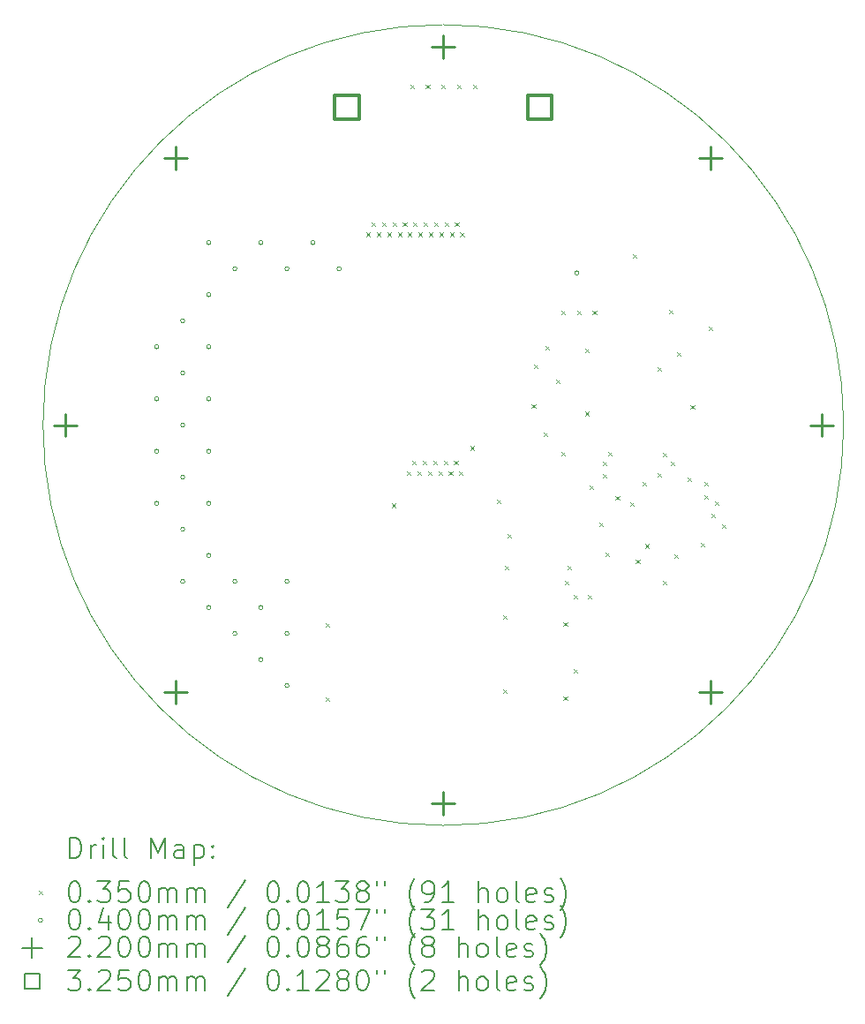
<source format=gbr>
%TF.GenerationSoftware,KiCad,Pcbnew,8.0.4*%
%TF.CreationDate,2025-04-17T01:05:11+02:00*%
%TF.ProjectId,buck_mcu_stage,6275636b-5f6d-4637-955f-73746167652e,rev?*%
%TF.SameCoordinates,Original*%
%TF.FileFunction,Drillmap*%
%TF.FilePolarity,Positive*%
%FSLAX45Y45*%
G04 Gerber Fmt 4.5, Leading zero omitted, Abs format (unit mm)*
G04 Created by KiCad (PCBNEW 8.0.4) date 2025-04-17 01:05:11*
%MOMM*%
%LPD*%
G01*
G04 APERTURE LIST*
%ADD10C,0.100000*%
%ADD11C,0.200000*%
%ADD12C,0.220000*%
%ADD13C,0.325000*%
G04 APERTURE END LIST*
D10*
X18840000Y-10000000D02*
G75*
G02*
X11160000Y-10000000I-3840000J0D01*
G01*
X11160000Y-10000000D02*
G75*
G02*
X18840000Y-10000000I3840000J0D01*
G01*
D11*
D10*
X13872500Y-11902500D02*
X13907500Y-11937500D01*
X13907500Y-11902500D02*
X13872500Y-11937500D01*
X13872500Y-12612500D02*
X13907500Y-12647500D01*
X13907500Y-12612500D02*
X13872500Y-12647500D01*
X14262000Y-8153300D02*
X14297000Y-8188300D01*
X14297000Y-8153300D02*
X14262000Y-8188300D01*
X14312000Y-8053300D02*
X14347000Y-8088300D01*
X14347000Y-8053300D02*
X14312000Y-8088300D01*
X14362000Y-8153300D02*
X14397000Y-8188300D01*
X14397000Y-8153300D02*
X14362000Y-8188300D01*
X14412000Y-8053300D02*
X14447000Y-8088300D01*
X14447000Y-8053300D02*
X14412000Y-8088300D01*
X14462000Y-8153300D02*
X14497000Y-8188300D01*
X14497000Y-8153300D02*
X14462000Y-8188300D01*
X14502500Y-10752500D02*
X14537500Y-10787500D01*
X14537500Y-10752500D02*
X14502500Y-10787500D01*
X14512000Y-8053300D02*
X14547000Y-8088300D01*
X14547000Y-8053300D02*
X14512000Y-8088300D01*
X14562000Y-8153300D02*
X14597000Y-8188300D01*
X14597000Y-8153300D02*
X14562000Y-8188300D01*
X14612000Y-8053300D02*
X14647000Y-8088300D01*
X14647000Y-8053300D02*
X14612000Y-8088300D01*
X14652500Y-10442500D02*
X14687500Y-10477500D01*
X14687500Y-10442500D02*
X14652500Y-10477500D01*
X14662000Y-8153300D02*
X14697000Y-8188300D01*
X14697000Y-8153300D02*
X14662000Y-8188300D01*
X14682500Y-6732500D02*
X14717500Y-6767500D01*
X14717500Y-6732500D02*
X14682500Y-6767500D01*
X14702500Y-10342500D02*
X14737500Y-10377500D01*
X14737500Y-10342500D02*
X14702500Y-10377500D01*
X14712000Y-8053300D02*
X14747000Y-8088300D01*
X14747000Y-8053300D02*
X14712000Y-8088300D01*
X14752500Y-10442500D02*
X14787500Y-10477500D01*
X14787500Y-10442500D02*
X14752500Y-10477500D01*
X14762000Y-8153300D02*
X14797000Y-8188300D01*
X14797000Y-8153300D02*
X14762000Y-8188300D01*
X14802500Y-10342500D02*
X14837500Y-10377500D01*
X14837500Y-10342500D02*
X14802500Y-10377500D01*
X14812000Y-8053300D02*
X14847000Y-8088300D01*
X14847000Y-8053300D02*
X14812000Y-8088300D01*
X14832500Y-6732500D02*
X14867500Y-6767500D01*
X14867500Y-6732500D02*
X14832500Y-6767500D01*
X14852500Y-10442500D02*
X14887500Y-10477500D01*
X14887500Y-10442500D02*
X14852500Y-10477500D01*
X14862000Y-8153300D02*
X14897000Y-8188300D01*
X14897000Y-8153300D02*
X14862000Y-8188300D01*
X14902500Y-10342500D02*
X14937500Y-10377500D01*
X14937500Y-10342500D02*
X14902500Y-10377500D01*
X14912000Y-8053300D02*
X14947000Y-8088300D01*
X14947000Y-8053300D02*
X14912000Y-8088300D01*
X14952500Y-10442500D02*
X14987500Y-10477500D01*
X14987500Y-10442500D02*
X14952500Y-10477500D01*
X14962000Y-8153300D02*
X14997000Y-8188300D01*
X14997000Y-8153300D02*
X14962000Y-8188300D01*
X14982500Y-6732500D02*
X15017500Y-6767500D01*
X15017500Y-6732500D02*
X14982500Y-6767500D01*
X15002500Y-10342500D02*
X15037500Y-10377500D01*
X15037500Y-10342500D02*
X15002500Y-10377500D01*
X15012000Y-8053300D02*
X15047000Y-8088300D01*
X15047000Y-8053300D02*
X15012000Y-8088300D01*
X15052500Y-10442500D02*
X15087500Y-10477500D01*
X15087500Y-10442500D02*
X15052500Y-10477500D01*
X15062000Y-8153300D02*
X15097000Y-8188300D01*
X15097000Y-8153300D02*
X15062000Y-8188300D01*
X15102500Y-10342500D02*
X15137500Y-10377500D01*
X15137500Y-10342500D02*
X15102500Y-10377500D01*
X15112000Y-8053300D02*
X15147000Y-8088300D01*
X15147000Y-8053300D02*
X15112000Y-8088300D01*
X15132500Y-6732500D02*
X15167500Y-6767500D01*
X15167500Y-6732500D02*
X15132500Y-6767500D01*
X15152500Y-10442500D02*
X15187500Y-10477500D01*
X15187500Y-10442500D02*
X15152500Y-10477500D01*
X15162000Y-8153300D02*
X15197000Y-8188300D01*
X15197000Y-8153300D02*
X15162000Y-8188300D01*
X15257500Y-10202300D02*
X15292500Y-10237300D01*
X15292500Y-10202300D02*
X15257500Y-10237300D01*
X15282500Y-6732500D02*
X15317500Y-6767500D01*
X15317500Y-6732500D02*
X15282500Y-6767500D01*
X15512500Y-10717500D02*
X15547500Y-10752500D01*
X15547500Y-10717500D02*
X15512500Y-10752500D01*
X15572500Y-11822500D02*
X15607500Y-11857500D01*
X15607500Y-11822500D02*
X15572500Y-11857500D01*
X15572500Y-12532500D02*
X15607500Y-12567500D01*
X15607500Y-12532500D02*
X15572500Y-12567500D01*
X15592500Y-11352500D02*
X15627500Y-11387500D01*
X15627500Y-11352500D02*
X15592500Y-11387500D01*
X15612500Y-11047500D02*
X15647500Y-11082500D01*
X15647500Y-11047500D02*
X15612500Y-11082500D01*
X15847500Y-9802500D02*
X15882500Y-9837500D01*
X15882500Y-9802500D02*
X15847500Y-9837500D01*
X15867500Y-9422500D02*
X15902500Y-9457500D01*
X15902500Y-9422500D02*
X15867500Y-9457500D01*
X15962500Y-10072500D02*
X15997500Y-10107500D01*
X15997500Y-10072500D02*
X15962500Y-10107500D01*
X15982500Y-9242500D02*
X16017500Y-9277500D01*
X16017500Y-9242500D02*
X15982500Y-9277500D01*
X16082500Y-9562500D02*
X16117500Y-9597500D01*
X16117500Y-9562500D02*
X16082500Y-9597500D01*
X16132500Y-8902500D02*
X16167500Y-8937500D01*
X16167500Y-8902500D02*
X16132500Y-8937500D01*
X16132500Y-10257500D02*
X16167500Y-10292500D01*
X16167500Y-10257500D02*
X16132500Y-10292500D01*
X16152500Y-11892500D02*
X16187500Y-11927500D01*
X16187500Y-11892500D02*
X16152500Y-11927500D01*
X16152500Y-12602500D02*
X16187500Y-12637500D01*
X16187500Y-12602500D02*
X16152500Y-12637500D01*
X16162500Y-11492500D02*
X16197500Y-11527500D01*
X16197500Y-11492500D02*
X16162500Y-11527500D01*
X16192500Y-11352500D02*
X16227500Y-11387500D01*
X16227500Y-11352500D02*
X16192500Y-11387500D01*
X16252500Y-11632500D02*
X16287500Y-11667500D01*
X16287500Y-11632500D02*
X16252500Y-11667500D01*
X16252500Y-12342500D02*
X16287500Y-12377500D01*
X16287500Y-12342500D02*
X16252500Y-12377500D01*
X16282500Y-8902500D02*
X16317500Y-8937500D01*
X16317500Y-8902500D02*
X16282500Y-8937500D01*
X16357500Y-9267500D02*
X16392500Y-9302500D01*
X16392500Y-9267500D02*
X16357500Y-9302500D01*
X16357500Y-9872500D02*
X16392500Y-9907500D01*
X16392500Y-9872500D02*
X16357500Y-9907500D01*
X16382500Y-11632500D02*
X16417500Y-11667500D01*
X16417500Y-11632500D02*
X16382500Y-11667500D01*
X16402500Y-10582500D02*
X16437500Y-10617500D01*
X16437500Y-10582500D02*
X16402500Y-10617500D01*
X16432500Y-8902500D02*
X16467500Y-8937500D01*
X16467500Y-8902500D02*
X16432500Y-8937500D01*
X16497500Y-10932500D02*
X16532500Y-10967500D01*
X16532500Y-10932500D02*
X16497500Y-10967500D01*
X16532500Y-10352500D02*
X16567500Y-10387500D01*
X16567500Y-10352500D02*
X16532500Y-10387500D01*
X16532500Y-10472500D02*
X16567500Y-10507500D01*
X16567500Y-10472500D02*
X16532500Y-10507500D01*
X16552500Y-11222500D02*
X16587500Y-11257500D01*
X16587500Y-11222500D02*
X16552500Y-11257500D01*
X16582500Y-10257500D02*
X16617500Y-10292500D01*
X16617500Y-10257500D02*
X16582500Y-10292500D01*
X16652500Y-10682500D02*
X16687500Y-10717500D01*
X16687500Y-10682500D02*
X16652500Y-10717500D01*
X16792500Y-10742500D02*
X16827500Y-10777500D01*
X16827500Y-10742500D02*
X16792500Y-10777500D01*
X16817500Y-8362500D02*
X16852500Y-8397500D01*
X16852500Y-8362500D02*
X16817500Y-8397500D01*
X16847500Y-11287500D02*
X16882500Y-11322500D01*
X16882500Y-11287500D02*
X16847500Y-11322500D01*
X16912500Y-10542500D02*
X16947500Y-10577500D01*
X16947500Y-10542500D02*
X16912500Y-10577500D01*
X16932500Y-11142500D02*
X16967500Y-11177500D01*
X16967500Y-11142500D02*
X16932500Y-11177500D01*
X17052500Y-10457500D02*
X17087500Y-10492500D01*
X17087500Y-10457500D02*
X17052500Y-10492500D01*
X17057500Y-9447500D02*
X17092500Y-9482500D01*
X17092500Y-9447500D02*
X17057500Y-9482500D01*
X17102500Y-11492500D02*
X17137500Y-11527500D01*
X17137500Y-11492500D02*
X17102500Y-11527500D01*
X17107500Y-10267500D02*
X17142500Y-10302500D01*
X17142500Y-10267500D02*
X17107500Y-10302500D01*
X17162500Y-8892500D02*
X17197500Y-8927500D01*
X17197500Y-8892500D02*
X17162500Y-8927500D01*
X17182500Y-10352500D02*
X17217500Y-10387500D01*
X17217500Y-10352500D02*
X17182500Y-10387500D01*
X17212500Y-11242500D02*
X17247500Y-11277500D01*
X17247500Y-11242500D02*
X17212500Y-11277500D01*
X17237500Y-9302500D02*
X17272500Y-9337500D01*
X17272500Y-9302500D02*
X17237500Y-9337500D01*
X17342500Y-10502500D02*
X17377500Y-10537500D01*
X17377500Y-10502500D02*
X17342500Y-10537500D01*
X17372500Y-9812500D02*
X17407500Y-9847500D01*
X17407500Y-9812500D02*
X17372500Y-9847500D01*
X17472500Y-11132500D02*
X17507500Y-11167500D01*
X17507500Y-11132500D02*
X17472500Y-11167500D01*
X17502500Y-10542500D02*
X17537500Y-10577500D01*
X17537500Y-10542500D02*
X17502500Y-10577500D01*
X17502500Y-10672500D02*
X17537500Y-10707500D01*
X17537500Y-10672500D02*
X17502500Y-10707500D01*
X17542500Y-9052500D02*
X17577500Y-9087500D01*
X17577500Y-9052500D02*
X17542500Y-9087500D01*
X17572500Y-10852500D02*
X17607500Y-10887500D01*
X17607500Y-10852500D02*
X17572500Y-10887500D01*
X17607500Y-10732500D02*
X17642500Y-10767500D01*
X17642500Y-10732500D02*
X17607500Y-10767500D01*
X17672500Y-10952500D02*
X17707500Y-10987500D01*
X17707500Y-10952500D02*
X17672500Y-10987500D01*
X12270000Y-9250000D02*
G75*
G02*
X12230000Y-9250000I-20000J0D01*
G01*
X12230000Y-9250000D02*
G75*
G02*
X12270000Y-9250000I20000J0D01*
G01*
X12270000Y-9750000D02*
G75*
G02*
X12230000Y-9750000I-20000J0D01*
G01*
X12230000Y-9750000D02*
G75*
G02*
X12270000Y-9750000I20000J0D01*
G01*
X12270000Y-10250000D02*
G75*
G02*
X12230000Y-10250000I-20000J0D01*
G01*
X12230000Y-10250000D02*
G75*
G02*
X12270000Y-10250000I20000J0D01*
G01*
X12270000Y-10750000D02*
G75*
G02*
X12230000Y-10750000I-20000J0D01*
G01*
X12230000Y-10750000D02*
G75*
G02*
X12270000Y-10750000I20000J0D01*
G01*
X12520000Y-9000000D02*
G75*
G02*
X12480000Y-9000000I-20000J0D01*
G01*
X12480000Y-9000000D02*
G75*
G02*
X12520000Y-9000000I20000J0D01*
G01*
X12520000Y-9500000D02*
G75*
G02*
X12480000Y-9500000I-20000J0D01*
G01*
X12480000Y-9500000D02*
G75*
G02*
X12520000Y-9500000I20000J0D01*
G01*
X12520000Y-10000000D02*
G75*
G02*
X12480000Y-10000000I-20000J0D01*
G01*
X12480000Y-10000000D02*
G75*
G02*
X12520000Y-10000000I20000J0D01*
G01*
X12520000Y-10500000D02*
G75*
G02*
X12480000Y-10500000I-20000J0D01*
G01*
X12480000Y-10500000D02*
G75*
G02*
X12520000Y-10500000I20000J0D01*
G01*
X12520000Y-11000000D02*
G75*
G02*
X12480000Y-11000000I-20000J0D01*
G01*
X12480000Y-11000000D02*
G75*
G02*
X12520000Y-11000000I20000J0D01*
G01*
X12520000Y-11500000D02*
G75*
G02*
X12480000Y-11500000I-20000J0D01*
G01*
X12480000Y-11500000D02*
G75*
G02*
X12520000Y-11500000I20000J0D01*
G01*
X12770000Y-8250000D02*
G75*
G02*
X12730000Y-8250000I-20000J0D01*
G01*
X12730000Y-8250000D02*
G75*
G02*
X12770000Y-8250000I20000J0D01*
G01*
X12770000Y-8750000D02*
G75*
G02*
X12730000Y-8750000I-20000J0D01*
G01*
X12730000Y-8750000D02*
G75*
G02*
X12770000Y-8750000I20000J0D01*
G01*
X12770000Y-9250000D02*
G75*
G02*
X12730000Y-9250000I-20000J0D01*
G01*
X12730000Y-9250000D02*
G75*
G02*
X12770000Y-9250000I20000J0D01*
G01*
X12770000Y-9750000D02*
G75*
G02*
X12730000Y-9750000I-20000J0D01*
G01*
X12730000Y-9750000D02*
G75*
G02*
X12770000Y-9750000I20000J0D01*
G01*
X12770000Y-10250000D02*
G75*
G02*
X12730000Y-10250000I-20000J0D01*
G01*
X12730000Y-10250000D02*
G75*
G02*
X12770000Y-10250000I20000J0D01*
G01*
X12770000Y-10750000D02*
G75*
G02*
X12730000Y-10750000I-20000J0D01*
G01*
X12730000Y-10750000D02*
G75*
G02*
X12770000Y-10750000I20000J0D01*
G01*
X12770000Y-11250000D02*
G75*
G02*
X12730000Y-11250000I-20000J0D01*
G01*
X12730000Y-11250000D02*
G75*
G02*
X12770000Y-11250000I20000J0D01*
G01*
X12770000Y-11750000D02*
G75*
G02*
X12730000Y-11750000I-20000J0D01*
G01*
X12730000Y-11750000D02*
G75*
G02*
X12770000Y-11750000I20000J0D01*
G01*
X13020000Y-8500000D02*
G75*
G02*
X12980000Y-8500000I-20000J0D01*
G01*
X12980000Y-8500000D02*
G75*
G02*
X13020000Y-8500000I20000J0D01*
G01*
X13020000Y-11500000D02*
G75*
G02*
X12980000Y-11500000I-20000J0D01*
G01*
X12980000Y-11500000D02*
G75*
G02*
X13020000Y-11500000I20000J0D01*
G01*
X13020000Y-12000000D02*
G75*
G02*
X12980000Y-12000000I-20000J0D01*
G01*
X12980000Y-12000000D02*
G75*
G02*
X13020000Y-12000000I20000J0D01*
G01*
X13270000Y-8250000D02*
G75*
G02*
X13230000Y-8250000I-20000J0D01*
G01*
X13230000Y-8250000D02*
G75*
G02*
X13270000Y-8250000I20000J0D01*
G01*
X13270000Y-11750000D02*
G75*
G02*
X13230000Y-11750000I-20000J0D01*
G01*
X13230000Y-11750000D02*
G75*
G02*
X13270000Y-11750000I20000J0D01*
G01*
X13270000Y-12250000D02*
G75*
G02*
X13230000Y-12250000I-20000J0D01*
G01*
X13230000Y-12250000D02*
G75*
G02*
X13270000Y-12250000I20000J0D01*
G01*
X13520000Y-8500000D02*
G75*
G02*
X13480000Y-8500000I-20000J0D01*
G01*
X13480000Y-8500000D02*
G75*
G02*
X13520000Y-8500000I20000J0D01*
G01*
X13520000Y-11500000D02*
G75*
G02*
X13480000Y-11500000I-20000J0D01*
G01*
X13480000Y-11500000D02*
G75*
G02*
X13520000Y-11500000I20000J0D01*
G01*
X13520000Y-12000000D02*
G75*
G02*
X13480000Y-12000000I-20000J0D01*
G01*
X13480000Y-12000000D02*
G75*
G02*
X13520000Y-12000000I20000J0D01*
G01*
X13520000Y-12500000D02*
G75*
G02*
X13480000Y-12500000I-20000J0D01*
G01*
X13480000Y-12500000D02*
G75*
G02*
X13520000Y-12500000I20000J0D01*
G01*
X13770000Y-8250000D02*
G75*
G02*
X13730000Y-8250000I-20000J0D01*
G01*
X13730000Y-8250000D02*
G75*
G02*
X13770000Y-8250000I20000J0D01*
G01*
X14020000Y-8500000D02*
G75*
G02*
X13980000Y-8500000I-20000J0D01*
G01*
X13980000Y-8500000D02*
G75*
G02*
X14020000Y-8500000I20000J0D01*
G01*
X16300000Y-8540000D02*
G75*
G02*
X16260000Y-8540000I-20000J0D01*
G01*
X16260000Y-8540000D02*
G75*
G02*
X16300000Y-8540000I20000J0D01*
G01*
D12*
X11373700Y-9890000D02*
X11373700Y-10110000D01*
X11263700Y-10000000D02*
X11483700Y-10000000D01*
X12435800Y-7325900D02*
X12435800Y-7545900D01*
X12325800Y-7435900D02*
X12545800Y-7435900D01*
X12435900Y-12454100D02*
X12435900Y-12674100D01*
X12325900Y-12564100D02*
X12545900Y-12564100D01*
X15000000Y-6263700D02*
X15000000Y-6483700D01*
X14890000Y-6373700D02*
X15110000Y-6373700D01*
X15000000Y-13516300D02*
X15000000Y-13736300D01*
X14890000Y-13626300D02*
X15110000Y-13626300D01*
X17564100Y-7325900D02*
X17564100Y-7545900D01*
X17454100Y-7435900D02*
X17674100Y-7435900D01*
X17564100Y-12454100D02*
X17564100Y-12674100D01*
X17454100Y-12564100D02*
X17674100Y-12564100D01*
X18626300Y-9890000D02*
X18626300Y-10110000D01*
X18516300Y-10000000D02*
X18736300Y-10000000D01*
D13*
X14189906Y-7065306D02*
X14189906Y-6835494D01*
X13960094Y-6835494D01*
X13960094Y-7065306D01*
X14189906Y-7065306D01*
X16039906Y-7065306D02*
X16039906Y-6835494D01*
X15810094Y-6835494D01*
X15810094Y-7065306D01*
X16039906Y-7065306D01*
D11*
X11415777Y-14156484D02*
X11415777Y-13956484D01*
X11415777Y-13956484D02*
X11463396Y-13956484D01*
X11463396Y-13956484D02*
X11491967Y-13966008D01*
X11491967Y-13966008D02*
X11511015Y-13985055D01*
X11511015Y-13985055D02*
X11520539Y-14004103D01*
X11520539Y-14004103D02*
X11530062Y-14042198D01*
X11530062Y-14042198D02*
X11530062Y-14070769D01*
X11530062Y-14070769D02*
X11520539Y-14108865D01*
X11520539Y-14108865D02*
X11511015Y-14127912D01*
X11511015Y-14127912D02*
X11491967Y-14146960D01*
X11491967Y-14146960D02*
X11463396Y-14156484D01*
X11463396Y-14156484D02*
X11415777Y-14156484D01*
X11615777Y-14156484D02*
X11615777Y-14023150D01*
X11615777Y-14061246D02*
X11625301Y-14042198D01*
X11625301Y-14042198D02*
X11634824Y-14032674D01*
X11634824Y-14032674D02*
X11653872Y-14023150D01*
X11653872Y-14023150D02*
X11672920Y-14023150D01*
X11739586Y-14156484D02*
X11739586Y-14023150D01*
X11739586Y-13956484D02*
X11730062Y-13966008D01*
X11730062Y-13966008D02*
X11739586Y-13975531D01*
X11739586Y-13975531D02*
X11749110Y-13966008D01*
X11749110Y-13966008D02*
X11739586Y-13956484D01*
X11739586Y-13956484D02*
X11739586Y-13975531D01*
X11863396Y-14156484D02*
X11844348Y-14146960D01*
X11844348Y-14146960D02*
X11834824Y-14127912D01*
X11834824Y-14127912D02*
X11834824Y-13956484D01*
X11968158Y-14156484D02*
X11949110Y-14146960D01*
X11949110Y-14146960D02*
X11939586Y-14127912D01*
X11939586Y-14127912D02*
X11939586Y-13956484D01*
X12196729Y-14156484D02*
X12196729Y-13956484D01*
X12196729Y-13956484D02*
X12263396Y-14099341D01*
X12263396Y-14099341D02*
X12330062Y-13956484D01*
X12330062Y-13956484D02*
X12330062Y-14156484D01*
X12511015Y-14156484D02*
X12511015Y-14051722D01*
X12511015Y-14051722D02*
X12501491Y-14032674D01*
X12501491Y-14032674D02*
X12482443Y-14023150D01*
X12482443Y-14023150D02*
X12444348Y-14023150D01*
X12444348Y-14023150D02*
X12425301Y-14032674D01*
X12511015Y-14146960D02*
X12491967Y-14156484D01*
X12491967Y-14156484D02*
X12444348Y-14156484D01*
X12444348Y-14156484D02*
X12425301Y-14146960D01*
X12425301Y-14146960D02*
X12415777Y-14127912D01*
X12415777Y-14127912D02*
X12415777Y-14108865D01*
X12415777Y-14108865D02*
X12425301Y-14089817D01*
X12425301Y-14089817D02*
X12444348Y-14080293D01*
X12444348Y-14080293D02*
X12491967Y-14080293D01*
X12491967Y-14080293D02*
X12511015Y-14070769D01*
X12606253Y-14023150D02*
X12606253Y-14223150D01*
X12606253Y-14032674D02*
X12625301Y-14023150D01*
X12625301Y-14023150D02*
X12663396Y-14023150D01*
X12663396Y-14023150D02*
X12682443Y-14032674D01*
X12682443Y-14032674D02*
X12691967Y-14042198D01*
X12691967Y-14042198D02*
X12701491Y-14061246D01*
X12701491Y-14061246D02*
X12701491Y-14118388D01*
X12701491Y-14118388D02*
X12691967Y-14137436D01*
X12691967Y-14137436D02*
X12682443Y-14146960D01*
X12682443Y-14146960D02*
X12663396Y-14156484D01*
X12663396Y-14156484D02*
X12625301Y-14156484D01*
X12625301Y-14156484D02*
X12606253Y-14146960D01*
X12787205Y-14137436D02*
X12796729Y-14146960D01*
X12796729Y-14146960D02*
X12787205Y-14156484D01*
X12787205Y-14156484D02*
X12777682Y-14146960D01*
X12777682Y-14146960D02*
X12787205Y-14137436D01*
X12787205Y-14137436D02*
X12787205Y-14156484D01*
X12787205Y-14032674D02*
X12796729Y-14042198D01*
X12796729Y-14042198D02*
X12787205Y-14051722D01*
X12787205Y-14051722D02*
X12777682Y-14042198D01*
X12777682Y-14042198D02*
X12787205Y-14032674D01*
X12787205Y-14032674D02*
X12787205Y-14051722D01*
D10*
X11120000Y-14467500D02*
X11155000Y-14502500D01*
X11155000Y-14467500D02*
X11120000Y-14502500D01*
D11*
X11453872Y-14376484D02*
X11472920Y-14376484D01*
X11472920Y-14376484D02*
X11491967Y-14386008D01*
X11491967Y-14386008D02*
X11501491Y-14395531D01*
X11501491Y-14395531D02*
X11511015Y-14414579D01*
X11511015Y-14414579D02*
X11520539Y-14452674D01*
X11520539Y-14452674D02*
X11520539Y-14500293D01*
X11520539Y-14500293D02*
X11511015Y-14538388D01*
X11511015Y-14538388D02*
X11501491Y-14557436D01*
X11501491Y-14557436D02*
X11491967Y-14566960D01*
X11491967Y-14566960D02*
X11472920Y-14576484D01*
X11472920Y-14576484D02*
X11453872Y-14576484D01*
X11453872Y-14576484D02*
X11434824Y-14566960D01*
X11434824Y-14566960D02*
X11425301Y-14557436D01*
X11425301Y-14557436D02*
X11415777Y-14538388D01*
X11415777Y-14538388D02*
X11406253Y-14500293D01*
X11406253Y-14500293D02*
X11406253Y-14452674D01*
X11406253Y-14452674D02*
X11415777Y-14414579D01*
X11415777Y-14414579D02*
X11425301Y-14395531D01*
X11425301Y-14395531D02*
X11434824Y-14386008D01*
X11434824Y-14386008D02*
X11453872Y-14376484D01*
X11606253Y-14557436D02*
X11615777Y-14566960D01*
X11615777Y-14566960D02*
X11606253Y-14576484D01*
X11606253Y-14576484D02*
X11596729Y-14566960D01*
X11596729Y-14566960D02*
X11606253Y-14557436D01*
X11606253Y-14557436D02*
X11606253Y-14576484D01*
X11682443Y-14376484D02*
X11806253Y-14376484D01*
X11806253Y-14376484D02*
X11739586Y-14452674D01*
X11739586Y-14452674D02*
X11768158Y-14452674D01*
X11768158Y-14452674D02*
X11787205Y-14462198D01*
X11787205Y-14462198D02*
X11796729Y-14471722D01*
X11796729Y-14471722D02*
X11806253Y-14490769D01*
X11806253Y-14490769D02*
X11806253Y-14538388D01*
X11806253Y-14538388D02*
X11796729Y-14557436D01*
X11796729Y-14557436D02*
X11787205Y-14566960D01*
X11787205Y-14566960D02*
X11768158Y-14576484D01*
X11768158Y-14576484D02*
X11711015Y-14576484D01*
X11711015Y-14576484D02*
X11691967Y-14566960D01*
X11691967Y-14566960D02*
X11682443Y-14557436D01*
X11987205Y-14376484D02*
X11891967Y-14376484D01*
X11891967Y-14376484D02*
X11882443Y-14471722D01*
X11882443Y-14471722D02*
X11891967Y-14462198D01*
X11891967Y-14462198D02*
X11911015Y-14452674D01*
X11911015Y-14452674D02*
X11958634Y-14452674D01*
X11958634Y-14452674D02*
X11977682Y-14462198D01*
X11977682Y-14462198D02*
X11987205Y-14471722D01*
X11987205Y-14471722D02*
X11996729Y-14490769D01*
X11996729Y-14490769D02*
X11996729Y-14538388D01*
X11996729Y-14538388D02*
X11987205Y-14557436D01*
X11987205Y-14557436D02*
X11977682Y-14566960D01*
X11977682Y-14566960D02*
X11958634Y-14576484D01*
X11958634Y-14576484D02*
X11911015Y-14576484D01*
X11911015Y-14576484D02*
X11891967Y-14566960D01*
X11891967Y-14566960D02*
X11882443Y-14557436D01*
X12120539Y-14376484D02*
X12139586Y-14376484D01*
X12139586Y-14376484D02*
X12158634Y-14386008D01*
X12158634Y-14386008D02*
X12168158Y-14395531D01*
X12168158Y-14395531D02*
X12177682Y-14414579D01*
X12177682Y-14414579D02*
X12187205Y-14452674D01*
X12187205Y-14452674D02*
X12187205Y-14500293D01*
X12187205Y-14500293D02*
X12177682Y-14538388D01*
X12177682Y-14538388D02*
X12168158Y-14557436D01*
X12168158Y-14557436D02*
X12158634Y-14566960D01*
X12158634Y-14566960D02*
X12139586Y-14576484D01*
X12139586Y-14576484D02*
X12120539Y-14576484D01*
X12120539Y-14576484D02*
X12101491Y-14566960D01*
X12101491Y-14566960D02*
X12091967Y-14557436D01*
X12091967Y-14557436D02*
X12082443Y-14538388D01*
X12082443Y-14538388D02*
X12072920Y-14500293D01*
X12072920Y-14500293D02*
X12072920Y-14452674D01*
X12072920Y-14452674D02*
X12082443Y-14414579D01*
X12082443Y-14414579D02*
X12091967Y-14395531D01*
X12091967Y-14395531D02*
X12101491Y-14386008D01*
X12101491Y-14386008D02*
X12120539Y-14376484D01*
X12272920Y-14576484D02*
X12272920Y-14443150D01*
X12272920Y-14462198D02*
X12282443Y-14452674D01*
X12282443Y-14452674D02*
X12301491Y-14443150D01*
X12301491Y-14443150D02*
X12330063Y-14443150D01*
X12330063Y-14443150D02*
X12349110Y-14452674D01*
X12349110Y-14452674D02*
X12358634Y-14471722D01*
X12358634Y-14471722D02*
X12358634Y-14576484D01*
X12358634Y-14471722D02*
X12368158Y-14452674D01*
X12368158Y-14452674D02*
X12387205Y-14443150D01*
X12387205Y-14443150D02*
X12415777Y-14443150D01*
X12415777Y-14443150D02*
X12434824Y-14452674D01*
X12434824Y-14452674D02*
X12444348Y-14471722D01*
X12444348Y-14471722D02*
X12444348Y-14576484D01*
X12539586Y-14576484D02*
X12539586Y-14443150D01*
X12539586Y-14462198D02*
X12549110Y-14452674D01*
X12549110Y-14452674D02*
X12568158Y-14443150D01*
X12568158Y-14443150D02*
X12596729Y-14443150D01*
X12596729Y-14443150D02*
X12615777Y-14452674D01*
X12615777Y-14452674D02*
X12625301Y-14471722D01*
X12625301Y-14471722D02*
X12625301Y-14576484D01*
X12625301Y-14471722D02*
X12634824Y-14452674D01*
X12634824Y-14452674D02*
X12653872Y-14443150D01*
X12653872Y-14443150D02*
X12682443Y-14443150D01*
X12682443Y-14443150D02*
X12701491Y-14452674D01*
X12701491Y-14452674D02*
X12711015Y-14471722D01*
X12711015Y-14471722D02*
X12711015Y-14576484D01*
X13101491Y-14366960D02*
X12930063Y-14624103D01*
X13358634Y-14376484D02*
X13377682Y-14376484D01*
X13377682Y-14376484D02*
X13396729Y-14386008D01*
X13396729Y-14386008D02*
X13406253Y-14395531D01*
X13406253Y-14395531D02*
X13415777Y-14414579D01*
X13415777Y-14414579D02*
X13425301Y-14452674D01*
X13425301Y-14452674D02*
X13425301Y-14500293D01*
X13425301Y-14500293D02*
X13415777Y-14538388D01*
X13415777Y-14538388D02*
X13406253Y-14557436D01*
X13406253Y-14557436D02*
X13396729Y-14566960D01*
X13396729Y-14566960D02*
X13377682Y-14576484D01*
X13377682Y-14576484D02*
X13358634Y-14576484D01*
X13358634Y-14576484D02*
X13339586Y-14566960D01*
X13339586Y-14566960D02*
X13330063Y-14557436D01*
X13330063Y-14557436D02*
X13320539Y-14538388D01*
X13320539Y-14538388D02*
X13311015Y-14500293D01*
X13311015Y-14500293D02*
X13311015Y-14452674D01*
X13311015Y-14452674D02*
X13320539Y-14414579D01*
X13320539Y-14414579D02*
X13330063Y-14395531D01*
X13330063Y-14395531D02*
X13339586Y-14386008D01*
X13339586Y-14386008D02*
X13358634Y-14376484D01*
X13511015Y-14557436D02*
X13520539Y-14566960D01*
X13520539Y-14566960D02*
X13511015Y-14576484D01*
X13511015Y-14576484D02*
X13501491Y-14566960D01*
X13501491Y-14566960D02*
X13511015Y-14557436D01*
X13511015Y-14557436D02*
X13511015Y-14576484D01*
X13644348Y-14376484D02*
X13663396Y-14376484D01*
X13663396Y-14376484D02*
X13682444Y-14386008D01*
X13682444Y-14386008D02*
X13691967Y-14395531D01*
X13691967Y-14395531D02*
X13701491Y-14414579D01*
X13701491Y-14414579D02*
X13711015Y-14452674D01*
X13711015Y-14452674D02*
X13711015Y-14500293D01*
X13711015Y-14500293D02*
X13701491Y-14538388D01*
X13701491Y-14538388D02*
X13691967Y-14557436D01*
X13691967Y-14557436D02*
X13682444Y-14566960D01*
X13682444Y-14566960D02*
X13663396Y-14576484D01*
X13663396Y-14576484D02*
X13644348Y-14576484D01*
X13644348Y-14576484D02*
X13625301Y-14566960D01*
X13625301Y-14566960D02*
X13615777Y-14557436D01*
X13615777Y-14557436D02*
X13606253Y-14538388D01*
X13606253Y-14538388D02*
X13596729Y-14500293D01*
X13596729Y-14500293D02*
X13596729Y-14452674D01*
X13596729Y-14452674D02*
X13606253Y-14414579D01*
X13606253Y-14414579D02*
X13615777Y-14395531D01*
X13615777Y-14395531D02*
X13625301Y-14386008D01*
X13625301Y-14386008D02*
X13644348Y-14376484D01*
X13901491Y-14576484D02*
X13787206Y-14576484D01*
X13844348Y-14576484D02*
X13844348Y-14376484D01*
X13844348Y-14376484D02*
X13825301Y-14405055D01*
X13825301Y-14405055D02*
X13806253Y-14424103D01*
X13806253Y-14424103D02*
X13787206Y-14433627D01*
X13968158Y-14376484D02*
X14091967Y-14376484D01*
X14091967Y-14376484D02*
X14025301Y-14452674D01*
X14025301Y-14452674D02*
X14053872Y-14452674D01*
X14053872Y-14452674D02*
X14072920Y-14462198D01*
X14072920Y-14462198D02*
X14082444Y-14471722D01*
X14082444Y-14471722D02*
X14091967Y-14490769D01*
X14091967Y-14490769D02*
X14091967Y-14538388D01*
X14091967Y-14538388D02*
X14082444Y-14557436D01*
X14082444Y-14557436D02*
X14072920Y-14566960D01*
X14072920Y-14566960D02*
X14053872Y-14576484D01*
X14053872Y-14576484D02*
X13996729Y-14576484D01*
X13996729Y-14576484D02*
X13977682Y-14566960D01*
X13977682Y-14566960D02*
X13968158Y-14557436D01*
X14206253Y-14462198D02*
X14187206Y-14452674D01*
X14187206Y-14452674D02*
X14177682Y-14443150D01*
X14177682Y-14443150D02*
X14168158Y-14424103D01*
X14168158Y-14424103D02*
X14168158Y-14414579D01*
X14168158Y-14414579D02*
X14177682Y-14395531D01*
X14177682Y-14395531D02*
X14187206Y-14386008D01*
X14187206Y-14386008D02*
X14206253Y-14376484D01*
X14206253Y-14376484D02*
X14244348Y-14376484D01*
X14244348Y-14376484D02*
X14263396Y-14386008D01*
X14263396Y-14386008D02*
X14272920Y-14395531D01*
X14272920Y-14395531D02*
X14282444Y-14414579D01*
X14282444Y-14414579D02*
X14282444Y-14424103D01*
X14282444Y-14424103D02*
X14272920Y-14443150D01*
X14272920Y-14443150D02*
X14263396Y-14452674D01*
X14263396Y-14452674D02*
X14244348Y-14462198D01*
X14244348Y-14462198D02*
X14206253Y-14462198D01*
X14206253Y-14462198D02*
X14187206Y-14471722D01*
X14187206Y-14471722D02*
X14177682Y-14481246D01*
X14177682Y-14481246D02*
X14168158Y-14500293D01*
X14168158Y-14500293D02*
X14168158Y-14538388D01*
X14168158Y-14538388D02*
X14177682Y-14557436D01*
X14177682Y-14557436D02*
X14187206Y-14566960D01*
X14187206Y-14566960D02*
X14206253Y-14576484D01*
X14206253Y-14576484D02*
X14244348Y-14576484D01*
X14244348Y-14576484D02*
X14263396Y-14566960D01*
X14263396Y-14566960D02*
X14272920Y-14557436D01*
X14272920Y-14557436D02*
X14282444Y-14538388D01*
X14282444Y-14538388D02*
X14282444Y-14500293D01*
X14282444Y-14500293D02*
X14272920Y-14481246D01*
X14272920Y-14481246D02*
X14263396Y-14471722D01*
X14263396Y-14471722D02*
X14244348Y-14462198D01*
X14358634Y-14376484D02*
X14358634Y-14414579D01*
X14434825Y-14376484D02*
X14434825Y-14414579D01*
X14730063Y-14652674D02*
X14720539Y-14643150D01*
X14720539Y-14643150D02*
X14701491Y-14614579D01*
X14701491Y-14614579D02*
X14691968Y-14595531D01*
X14691968Y-14595531D02*
X14682444Y-14566960D01*
X14682444Y-14566960D02*
X14672920Y-14519341D01*
X14672920Y-14519341D02*
X14672920Y-14481246D01*
X14672920Y-14481246D02*
X14682444Y-14433627D01*
X14682444Y-14433627D02*
X14691968Y-14405055D01*
X14691968Y-14405055D02*
X14701491Y-14386008D01*
X14701491Y-14386008D02*
X14720539Y-14357436D01*
X14720539Y-14357436D02*
X14730063Y-14347912D01*
X14815777Y-14576484D02*
X14853872Y-14576484D01*
X14853872Y-14576484D02*
X14872920Y-14566960D01*
X14872920Y-14566960D02*
X14882444Y-14557436D01*
X14882444Y-14557436D02*
X14901491Y-14528865D01*
X14901491Y-14528865D02*
X14911015Y-14490769D01*
X14911015Y-14490769D02*
X14911015Y-14414579D01*
X14911015Y-14414579D02*
X14901491Y-14395531D01*
X14901491Y-14395531D02*
X14891968Y-14386008D01*
X14891968Y-14386008D02*
X14872920Y-14376484D01*
X14872920Y-14376484D02*
X14834825Y-14376484D01*
X14834825Y-14376484D02*
X14815777Y-14386008D01*
X14815777Y-14386008D02*
X14806253Y-14395531D01*
X14806253Y-14395531D02*
X14796729Y-14414579D01*
X14796729Y-14414579D02*
X14796729Y-14462198D01*
X14796729Y-14462198D02*
X14806253Y-14481246D01*
X14806253Y-14481246D02*
X14815777Y-14490769D01*
X14815777Y-14490769D02*
X14834825Y-14500293D01*
X14834825Y-14500293D02*
X14872920Y-14500293D01*
X14872920Y-14500293D02*
X14891968Y-14490769D01*
X14891968Y-14490769D02*
X14901491Y-14481246D01*
X14901491Y-14481246D02*
X14911015Y-14462198D01*
X15101491Y-14576484D02*
X14987206Y-14576484D01*
X15044348Y-14576484D02*
X15044348Y-14376484D01*
X15044348Y-14376484D02*
X15025301Y-14405055D01*
X15025301Y-14405055D02*
X15006253Y-14424103D01*
X15006253Y-14424103D02*
X14987206Y-14433627D01*
X15339587Y-14576484D02*
X15339587Y-14376484D01*
X15425301Y-14576484D02*
X15425301Y-14471722D01*
X15425301Y-14471722D02*
X15415777Y-14452674D01*
X15415777Y-14452674D02*
X15396730Y-14443150D01*
X15396730Y-14443150D02*
X15368158Y-14443150D01*
X15368158Y-14443150D02*
X15349110Y-14452674D01*
X15349110Y-14452674D02*
X15339587Y-14462198D01*
X15549110Y-14576484D02*
X15530063Y-14566960D01*
X15530063Y-14566960D02*
X15520539Y-14557436D01*
X15520539Y-14557436D02*
X15511015Y-14538388D01*
X15511015Y-14538388D02*
X15511015Y-14481246D01*
X15511015Y-14481246D02*
X15520539Y-14462198D01*
X15520539Y-14462198D02*
X15530063Y-14452674D01*
X15530063Y-14452674D02*
X15549110Y-14443150D01*
X15549110Y-14443150D02*
X15577682Y-14443150D01*
X15577682Y-14443150D02*
X15596730Y-14452674D01*
X15596730Y-14452674D02*
X15606253Y-14462198D01*
X15606253Y-14462198D02*
X15615777Y-14481246D01*
X15615777Y-14481246D02*
X15615777Y-14538388D01*
X15615777Y-14538388D02*
X15606253Y-14557436D01*
X15606253Y-14557436D02*
X15596730Y-14566960D01*
X15596730Y-14566960D02*
X15577682Y-14576484D01*
X15577682Y-14576484D02*
X15549110Y-14576484D01*
X15730063Y-14576484D02*
X15711015Y-14566960D01*
X15711015Y-14566960D02*
X15701491Y-14547912D01*
X15701491Y-14547912D02*
X15701491Y-14376484D01*
X15882444Y-14566960D02*
X15863396Y-14576484D01*
X15863396Y-14576484D02*
X15825301Y-14576484D01*
X15825301Y-14576484D02*
X15806253Y-14566960D01*
X15806253Y-14566960D02*
X15796730Y-14547912D01*
X15796730Y-14547912D02*
X15796730Y-14471722D01*
X15796730Y-14471722D02*
X15806253Y-14452674D01*
X15806253Y-14452674D02*
X15825301Y-14443150D01*
X15825301Y-14443150D02*
X15863396Y-14443150D01*
X15863396Y-14443150D02*
X15882444Y-14452674D01*
X15882444Y-14452674D02*
X15891968Y-14471722D01*
X15891968Y-14471722D02*
X15891968Y-14490769D01*
X15891968Y-14490769D02*
X15796730Y-14509817D01*
X15968158Y-14566960D02*
X15987206Y-14576484D01*
X15987206Y-14576484D02*
X16025301Y-14576484D01*
X16025301Y-14576484D02*
X16044349Y-14566960D01*
X16044349Y-14566960D02*
X16053872Y-14547912D01*
X16053872Y-14547912D02*
X16053872Y-14538388D01*
X16053872Y-14538388D02*
X16044349Y-14519341D01*
X16044349Y-14519341D02*
X16025301Y-14509817D01*
X16025301Y-14509817D02*
X15996730Y-14509817D01*
X15996730Y-14509817D02*
X15977682Y-14500293D01*
X15977682Y-14500293D02*
X15968158Y-14481246D01*
X15968158Y-14481246D02*
X15968158Y-14471722D01*
X15968158Y-14471722D02*
X15977682Y-14452674D01*
X15977682Y-14452674D02*
X15996730Y-14443150D01*
X15996730Y-14443150D02*
X16025301Y-14443150D01*
X16025301Y-14443150D02*
X16044349Y-14452674D01*
X16120539Y-14652674D02*
X16130063Y-14643150D01*
X16130063Y-14643150D02*
X16149111Y-14614579D01*
X16149111Y-14614579D02*
X16158634Y-14595531D01*
X16158634Y-14595531D02*
X16168158Y-14566960D01*
X16168158Y-14566960D02*
X16177682Y-14519341D01*
X16177682Y-14519341D02*
X16177682Y-14481246D01*
X16177682Y-14481246D02*
X16168158Y-14433627D01*
X16168158Y-14433627D02*
X16158634Y-14405055D01*
X16158634Y-14405055D02*
X16149111Y-14386008D01*
X16149111Y-14386008D02*
X16130063Y-14357436D01*
X16130063Y-14357436D02*
X16120539Y-14347912D01*
D10*
X11155000Y-14749000D02*
G75*
G02*
X11115000Y-14749000I-20000J0D01*
G01*
X11115000Y-14749000D02*
G75*
G02*
X11155000Y-14749000I20000J0D01*
G01*
D11*
X11453872Y-14640484D02*
X11472920Y-14640484D01*
X11472920Y-14640484D02*
X11491967Y-14650008D01*
X11491967Y-14650008D02*
X11501491Y-14659531D01*
X11501491Y-14659531D02*
X11511015Y-14678579D01*
X11511015Y-14678579D02*
X11520539Y-14716674D01*
X11520539Y-14716674D02*
X11520539Y-14764293D01*
X11520539Y-14764293D02*
X11511015Y-14802388D01*
X11511015Y-14802388D02*
X11501491Y-14821436D01*
X11501491Y-14821436D02*
X11491967Y-14830960D01*
X11491967Y-14830960D02*
X11472920Y-14840484D01*
X11472920Y-14840484D02*
X11453872Y-14840484D01*
X11453872Y-14840484D02*
X11434824Y-14830960D01*
X11434824Y-14830960D02*
X11425301Y-14821436D01*
X11425301Y-14821436D02*
X11415777Y-14802388D01*
X11415777Y-14802388D02*
X11406253Y-14764293D01*
X11406253Y-14764293D02*
X11406253Y-14716674D01*
X11406253Y-14716674D02*
X11415777Y-14678579D01*
X11415777Y-14678579D02*
X11425301Y-14659531D01*
X11425301Y-14659531D02*
X11434824Y-14650008D01*
X11434824Y-14650008D02*
X11453872Y-14640484D01*
X11606253Y-14821436D02*
X11615777Y-14830960D01*
X11615777Y-14830960D02*
X11606253Y-14840484D01*
X11606253Y-14840484D02*
X11596729Y-14830960D01*
X11596729Y-14830960D02*
X11606253Y-14821436D01*
X11606253Y-14821436D02*
X11606253Y-14840484D01*
X11787205Y-14707150D02*
X11787205Y-14840484D01*
X11739586Y-14630960D02*
X11691967Y-14773817D01*
X11691967Y-14773817D02*
X11815777Y-14773817D01*
X11930062Y-14640484D02*
X11949110Y-14640484D01*
X11949110Y-14640484D02*
X11968158Y-14650008D01*
X11968158Y-14650008D02*
X11977682Y-14659531D01*
X11977682Y-14659531D02*
X11987205Y-14678579D01*
X11987205Y-14678579D02*
X11996729Y-14716674D01*
X11996729Y-14716674D02*
X11996729Y-14764293D01*
X11996729Y-14764293D02*
X11987205Y-14802388D01*
X11987205Y-14802388D02*
X11977682Y-14821436D01*
X11977682Y-14821436D02*
X11968158Y-14830960D01*
X11968158Y-14830960D02*
X11949110Y-14840484D01*
X11949110Y-14840484D02*
X11930062Y-14840484D01*
X11930062Y-14840484D02*
X11911015Y-14830960D01*
X11911015Y-14830960D02*
X11901491Y-14821436D01*
X11901491Y-14821436D02*
X11891967Y-14802388D01*
X11891967Y-14802388D02*
X11882443Y-14764293D01*
X11882443Y-14764293D02*
X11882443Y-14716674D01*
X11882443Y-14716674D02*
X11891967Y-14678579D01*
X11891967Y-14678579D02*
X11901491Y-14659531D01*
X11901491Y-14659531D02*
X11911015Y-14650008D01*
X11911015Y-14650008D02*
X11930062Y-14640484D01*
X12120539Y-14640484D02*
X12139586Y-14640484D01*
X12139586Y-14640484D02*
X12158634Y-14650008D01*
X12158634Y-14650008D02*
X12168158Y-14659531D01*
X12168158Y-14659531D02*
X12177682Y-14678579D01*
X12177682Y-14678579D02*
X12187205Y-14716674D01*
X12187205Y-14716674D02*
X12187205Y-14764293D01*
X12187205Y-14764293D02*
X12177682Y-14802388D01*
X12177682Y-14802388D02*
X12168158Y-14821436D01*
X12168158Y-14821436D02*
X12158634Y-14830960D01*
X12158634Y-14830960D02*
X12139586Y-14840484D01*
X12139586Y-14840484D02*
X12120539Y-14840484D01*
X12120539Y-14840484D02*
X12101491Y-14830960D01*
X12101491Y-14830960D02*
X12091967Y-14821436D01*
X12091967Y-14821436D02*
X12082443Y-14802388D01*
X12082443Y-14802388D02*
X12072920Y-14764293D01*
X12072920Y-14764293D02*
X12072920Y-14716674D01*
X12072920Y-14716674D02*
X12082443Y-14678579D01*
X12082443Y-14678579D02*
X12091967Y-14659531D01*
X12091967Y-14659531D02*
X12101491Y-14650008D01*
X12101491Y-14650008D02*
X12120539Y-14640484D01*
X12272920Y-14840484D02*
X12272920Y-14707150D01*
X12272920Y-14726198D02*
X12282443Y-14716674D01*
X12282443Y-14716674D02*
X12301491Y-14707150D01*
X12301491Y-14707150D02*
X12330063Y-14707150D01*
X12330063Y-14707150D02*
X12349110Y-14716674D01*
X12349110Y-14716674D02*
X12358634Y-14735722D01*
X12358634Y-14735722D02*
X12358634Y-14840484D01*
X12358634Y-14735722D02*
X12368158Y-14716674D01*
X12368158Y-14716674D02*
X12387205Y-14707150D01*
X12387205Y-14707150D02*
X12415777Y-14707150D01*
X12415777Y-14707150D02*
X12434824Y-14716674D01*
X12434824Y-14716674D02*
X12444348Y-14735722D01*
X12444348Y-14735722D02*
X12444348Y-14840484D01*
X12539586Y-14840484D02*
X12539586Y-14707150D01*
X12539586Y-14726198D02*
X12549110Y-14716674D01*
X12549110Y-14716674D02*
X12568158Y-14707150D01*
X12568158Y-14707150D02*
X12596729Y-14707150D01*
X12596729Y-14707150D02*
X12615777Y-14716674D01*
X12615777Y-14716674D02*
X12625301Y-14735722D01*
X12625301Y-14735722D02*
X12625301Y-14840484D01*
X12625301Y-14735722D02*
X12634824Y-14716674D01*
X12634824Y-14716674D02*
X12653872Y-14707150D01*
X12653872Y-14707150D02*
X12682443Y-14707150D01*
X12682443Y-14707150D02*
X12701491Y-14716674D01*
X12701491Y-14716674D02*
X12711015Y-14735722D01*
X12711015Y-14735722D02*
X12711015Y-14840484D01*
X13101491Y-14630960D02*
X12930063Y-14888103D01*
X13358634Y-14640484D02*
X13377682Y-14640484D01*
X13377682Y-14640484D02*
X13396729Y-14650008D01*
X13396729Y-14650008D02*
X13406253Y-14659531D01*
X13406253Y-14659531D02*
X13415777Y-14678579D01*
X13415777Y-14678579D02*
X13425301Y-14716674D01*
X13425301Y-14716674D02*
X13425301Y-14764293D01*
X13425301Y-14764293D02*
X13415777Y-14802388D01*
X13415777Y-14802388D02*
X13406253Y-14821436D01*
X13406253Y-14821436D02*
X13396729Y-14830960D01*
X13396729Y-14830960D02*
X13377682Y-14840484D01*
X13377682Y-14840484D02*
X13358634Y-14840484D01*
X13358634Y-14840484D02*
X13339586Y-14830960D01*
X13339586Y-14830960D02*
X13330063Y-14821436D01*
X13330063Y-14821436D02*
X13320539Y-14802388D01*
X13320539Y-14802388D02*
X13311015Y-14764293D01*
X13311015Y-14764293D02*
X13311015Y-14716674D01*
X13311015Y-14716674D02*
X13320539Y-14678579D01*
X13320539Y-14678579D02*
X13330063Y-14659531D01*
X13330063Y-14659531D02*
X13339586Y-14650008D01*
X13339586Y-14650008D02*
X13358634Y-14640484D01*
X13511015Y-14821436D02*
X13520539Y-14830960D01*
X13520539Y-14830960D02*
X13511015Y-14840484D01*
X13511015Y-14840484D02*
X13501491Y-14830960D01*
X13501491Y-14830960D02*
X13511015Y-14821436D01*
X13511015Y-14821436D02*
X13511015Y-14840484D01*
X13644348Y-14640484D02*
X13663396Y-14640484D01*
X13663396Y-14640484D02*
X13682444Y-14650008D01*
X13682444Y-14650008D02*
X13691967Y-14659531D01*
X13691967Y-14659531D02*
X13701491Y-14678579D01*
X13701491Y-14678579D02*
X13711015Y-14716674D01*
X13711015Y-14716674D02*
X13711015Y-14764293D01*
X13711015Y-14764293D02*
X13701491Y-14802388D01*
X13701491Y-14802388D02*
X13691967Y-14821436D01*
X13691967Y-14821436D02*
X13682444Y-14830960D01*
X13682444Y-14830960D02*
X13663396Y-14840484D01*
X13663396Y-14840484D02*
X13644348Y-14840484D01*
X13644348Y-14840484D02*
X13625301Y-14830960D01*
X13625301Y-14830960D02*
X13615777Y-14821436D01*
X13615777Y-14821436D02*
X13606253Y-14802388D01*
X13606253Y-14802388D02*
X13596729Y-14764293D01*
X13596729Y-14764293D02*
X13596729Y-14716674D01*
X13596729Y-14716674D02*
X13606253Y-14678579D01*
X13606253Y-14678579D02*
X13615777Y-14659531D01*
X13615777Y-14659531D02*
X13625301Y-14650008D01*
X13625301Y-14650008D02*
X13644348Y-14640484D01*
X13901491Y-14840484D02*
X13787206Y-14840484D01*
X13844348Y-14840484D02*
X13844348Y-14640484D01*
X13844348Y-14640484D02*
X13825301Y-14669055D01*
X13825301Y-14669055D02*
X13806253Y-14688103D01*
X13806253Y-14688103D02*
X13787206Y-14697627D01*
X14082444Y-14640484D02*
X13987206Y-14640484D01*
X13987206Y-14640484D02*
X13977682Y-14735722D01*
X13977682Y-14735722D02*
X13987206Y-14726198D01*
X13987206Y-14726198D02*
X14006253Y-14716674D01*
X14006253Y-14716674D02*
X14053872Y-14716674D01*
X14053872Y-14716674D02*
X14072920Y-14726198D01*
X14072920Y-14726198D02*
X14082444Y-14735722D01*
X14082444Y-14735722D02*
X14091967Y-14754769D01*
X14091967Y-14754769D02*
X14091967Y-14802388D01*
X14091967Y-14802388D02*
X14082444Y-14821436D01*
X14082444Y-14821436D02*
X14072920Y-14830960D01*
X14072920Y-14830960D02*
X14053872Y-14840484D01*
X14053872Y-14840484D02*
X14006253Y-14840484D01*
X14006253Y-14840484D02*
X13987206Y-14830960D01*
X13987206Y-14830960D02*
X13977682Y-14821436D01*
X14158634Y-14640484D02*
X14291967Y-14640484D01*
X14291967Y-14640484D02*
X14206253Y-14840484D01*
X14358634Y-14640484D02*
X14358634Y-14678579D01*
X14434825Y-14640484D02*
X14434825Y-14678579D01*
X14730063Y-14916674D02*
X14720539Y-14907150D01*
X14720539Y-14907150D02*
X14701491Y-14878579D01*
X14701491Y-14878579D02*
X14691968Y-14859531D01*
X14691968Y-14859531D02*
X14682444Y-14830960D01*
X14682444Y-14830960D02*
X14672920Y-14783341D01*
X14672920Y-14783341D02*
X14672920Y-14745246D01*
X14672920Y-14745246D02*
X14682444Y-14697627D01*
X14682444Y-14697627D02*
X14691968Y-14669055D01*
X14691968Y-14669055D02*
X14701491Y-14650008D01*
X14701491Y-14650008D02*
X14720539Y-14621436D01*
X14720539Y-14621436D02*
X14730063Y-14611912D01*
X14787206Y-14640484D02*
X14911015Y-14640484D01*
X14911015Y-14640484D02*
X14844348Y-14716674D01*
X14844348Y-14716674D02*
X14872920Y-14716674D01*
X14872920Y-14716674D02*
X14891968Y-14726198D01*
X14891968Y-14726198D02*
X14901491Y-14735722D01*
X14901491Y-14735722D02*
X14911015Y-14754769D01*
X14911015Y-14754769D02*
X14911015Y-14802388D01*
X14911015Y-14802388D02*
X14901491Y-14821436D01*
X14901491Y-14821436D02*
X14891968Y-14830960D01*
X14891968Y-14830960D02*
X14872920Y-14840484D01*
X14872920Y-14840484D02*
X14815777Y-14840484D01*
X14815777Y-14840484D02*
X14796729Y-14830960D01*
X14796729Y-14830960D02*
X14787206Y-14821436D01*
X15101491Y-14840484D02*
X14987206Y-14840484D01*
X15044348Y-14840484D02*
X15044348Y-14640484D01*
X15044348Y-14640484D02*
X15025301Y-14669055D01*
X15025301Y-14669055D02*
X15006253Y-14688103D01*
X15006253Y-14688103D02*
X14987206Y-14697627D01*
X15339587Y-14840484D02*
X15339587Y-14640484D01*
X15425301Y-14840484D02*
X15425301Y-14735722D01*
X15425301Y-14735722D02*
X15415777Y-14716674D01*
X15415777Y-14716674D02*
X15396730Y-14707150D01*
X15396730Y-14707150D02*
X15368158Y-14707150D01*
X15368158Y-14707150D02*
X15349110Y-14716674D01*
X15349110Y-14716674D02*
X15339587Y-14726198D01*
X15549110Y-14840484D02*
X15530063Y-14830960D01*
X15530063Y-14830960D02*
X15520539Y-14821436D01*
X15520539Y-14821436D02*
X15511015Y-14802388D01*
X15511015Y-14802388D02*
X15511015Y-14745246D01*
X15511015Y-14745246D02*
X15520539Y-14726198D01*
X15520539Y-14726198D02*
X15530063Y-14716674D01*
X15530063Y-14716674D02*
X15549110Y-14707150D01*
X15549110Y-14707150D02*
X15577682Y-14707150D01*
X15577682Y-14707150D02*
X15596730Y-14716674D01*
X15596730Y-14716674D02*
X15606253Y-14726198D01*
X15606253Y-14726198D02*
X15615777Y-14745246D01*
X15615777Y-14745246D02*
X15615777Y-14802388D01*
X15615777Y-14802388D02*
X15606253Y-14821436D01*
X15606253Y-14821436D02*
X15596730Y-14830960D01*
X15596730Y-14830960D02*
X15577682Y-14840484D01*
X15577682Y-14840484D02*
X15549110Y-14840484D01*
X15730063Y-14840484D02*
X15711015Y-14830960D01*
X15711015Y-14830960D02*
X15701491Y-14811912D01*
X15701491Y-14811912D02*
X15701491Y-14640484D01*
X15882444Y-14830960D02*
X15863396Y-14840484D01*
X15863396Y-14840484D02*
X15825301Y-14840484D01*
X15825301Y-14840484D02*
X15806253Y-14830960D01*
X15806253Y-14830960D02*
X15796730Y-14811912D01*
X15796730Y-14811912D02*
X15796730Y-14735722D01*
X15796730Y-14735722D02*
X15806253Y-14716674D01*
X15806253Y-14716674D02*
X15825301Y-14707150D01*
X15825301Y-14707150D02*
X15863396Y-14707150D01*
X15863396Y-14707150D02*
X15882444Y-14716674D01*
X15882444Y-14716674D02*
X15891968Y-14735722D01*
X15891968Y-14735722D02*
X15891968Y-14754769D01*
X15891968Y-14754769D02*
X15796730Y-14773817D01*
X15968158Y-14830960D02*
X15987206Y-14840484D01*
X15987206Y-14840484D02*
X16025301Y-14840484D01*
X16025301Y-14840484D02*
X16044349Y-14830960D01*
X16044349Y-14830960D02*
X16053872Y-14811912D01*
X16053872Y-14811912D02*
X16053872Y-14802388D01*
X16053872Y-14802388D02*
X16044349Y-14783341D01*
X16044349Y-14783341D02*
X16025301Y-14773817D01*
X16025301Y-14773817D02*
X15996730Y-14773817D01*
X15996730Y-14773817D02*
X15977682Y-14764293D01*
X15977682Y-14764293D02*
X15968158Y-14745246D01*
X15968158Y-14745246D02*
X15968158Y-14735722D01*
X15968158Y-14735722D02*
X15977682Y-14716674D01*
X15977682Y-14716674D02*
X15996730Y-14707150D01*
X15996730Y-14707150D02*
X16025301Y-14707150D01*
X16025301Y-14707150D02*
X16044349Y-14716674D01*
X16120539Y-14916674D02*
X16130063Y-14907150D01*
X16130063Y-14907150D02*
X16149111Y-14878579D01*
X16149111Y-14878579D02*
X16158634Y-14859531D01*
X16158634Y-14859531D02*
X16168158Y-14830960D01*
X16168158Y-14830960D02*
X16177682Y-14783341D01*
X16177682Y-14783341D02*
X16177682Y-14745246D01*
X16177682Y-14745246D02*
X16168158Y-14697627D01*
X16168158Y-14697627D02*
X16158634Y-14669055D01*
X16158634Y-14669055D02*
X16149111Y-14650008D01*
X16149111Y-14650008D02*
X16130063Y-14621436D01*
X16130063Y-14621436D02*
X16120539Y-14611912D01*
X11055000Y-14913000D02*
X11055000Y-15113000D01*
X10955000Y-15013000D02*
X11155000Y-15013000D01*
X11406253Y-14923531D02*
X11415777Y-14914008D01*
X11415777Y-14914008D02*
X11434824Y-14904484D01*
X11434824Y-14904484D02*
X11482443Y-14904484D01*
X11482443Y-14904484D02*
X11501491Y-14914008D01*
X11501491Y-14914008D02*
X11511015Y-14923531D01*
X11511015Y-14923531D02*
X11520539Y-14942579D01*
X11520539Y-14942579D02*
X11520539Y-14961627D01*
X11520539Y-14961627D02*
X11511015Y-14990198D01*
X11511015Y-14990198D02*
X11396729Y-15104484D01*
X11396729Y-15104484D02*
X11520539Y-15104484D01*
X11606253Y-15085436D02*
X11615777Y-15094960D01*
X11615777Y-15094960D02*
X11606253Y-15104484D01*
X11606253Y-15104484D02*
X11596729Y-15094960D01*
X11596729Y-15094960D02*
X11606253Y-15085436D01*
X11606253Y-15085436D02*
X11606253Y-15104484D01*
X11691967Y-14923531D02*
X11701491Y-14914008D01*
X11701491Y-14914008D02*
X11720539Y-14904484D01*
X11720539Y-14904484D02*
X11768158Y-14904484D01*
X11768158Y-14904484D02*
X11787205Y-14914008D01*
X11787205Y-14914008D02*
X11796729Y-14923531D01*
X11796729Y-14923531D02*
X11806253Y-14942579D01*
X11806253Y-14942579D02*
X11806253Y-14961627D01*
X11806253Y-14961627D02*
X11796729Y-14990198D01*
X11796729Y-14990198D02*
X11682443Y-15104484D01*
X11682443Y-15104484D02*
X11806253Y-15104484D01*
X11930062Y-14904484D02*
X11949110Y-14904484D01*
X11949110Y-14904484D02*
X11968158Y-14914008D01*
X11968158Y-14914008D02*
X11977682Y-14923531D01*
X11977682Y-14923531D02*
X11987205Y-14942579D01*
X11987205Y-14942579D02*
X11996729Y-14980674D01*
X11996729Y-14980674D02*
X11996729Y-15028293D01*
X11996729Y-15028293D02*
X11987205Y-15066388D01*
X11987205Y-15066388D02*
X11977682Y-15085436D01*
X11977682Y-15085436D02*
X11968158Y-15094960D01*
X11968158Y-15094960D02*
X11949110Y-15104484D01*
X11949110Y-15104484D02*
X11930062Y-15104484D01*
X11930062Y-15104484D02*
X11911015Y-15094960D01*
X11911015Y-15094960D02*
X11901491Y-15085436D01*
X11901491Y-15085436D02*
X11891967Y-15066388D01*
X11891967Y-15066388D02*
X11882443Y-15028293D01*
X11882443Y-15028293D02*
X11882443Y-14980674D01*
X11882443Y-14980674D02*
X11891967Y-14942579D01*
X11891967Y-14942579D02*
X11901491Y-14923531D01*
X11901491Y-14923531D02*
X11911015Y-14914008D01*
X11911015Y-14914008D02*
X11930062Y-14904484D01*
X12120539Y-14904484D02*
X12139586Y-14904484D01*
X12139586Y-14904484D02*
X12158634Y-14914008D01*
X12158634Y-14914008D02*
X12168158Y-14923531D01*
X12168158Y-14923531D02*
X12177682Y-14942579D01*
X12177682Y-14942579D02*
X12187205Y-14980674D01*
X12187205Y-14980674D02*
X12187205Y-15028293D01*
X12187205Y-15028293D02*
X12177682Y-15066388D01*
X12177682Y-15066388D02*
X12168158Y-15085436D01*
X12168158Y-15085436D02*
X12158634Y-15094960D01*
X12158634Y-15094960D02*
X12139586Y-15104484D01*
X12139586Y-15104484D02*
X12120539Y-15104484D01*
X12120539Y-15104484D02*
X12101491Y-15094960D01*
X12101491Y-15094960D02*
X12091967Y-15085436D01*
X12091967Y-15085436D02*
X12082443Y-15066388D01*
X12082443Y-15066388D02*
X12072920Y-15028293D01*
X12072920Y-15028293D02*
X12072920Y-14980674D01*
X12072920Y-14980674D02*
X12082443Y-14942579D01*
X12082443Y-14942579D02*
X12091967Y-14923531D01*
X12091967Y-14923531D02*
X12101491Y-14914008D01*
X12101491Y-14914008D02*
X12120539Y-14904484D01*
X12272920Y-15104484D02*
X12272920Y-14971150D01*
X12272920Y-14990198D02*
X12282443Y-14980674D01*
X12282443Y-14980674D02*
X12301491Y-14971150D01*
X12301491Y-14971150D02*
X12330063Y-14971150D01*
X12330063Y-14971150D02*
X12349110Y-14980674D01*
X12349110Y-14980674D02*
X12358634Y-14999722D01*
X12358634Y-14999722D02*
X12358634Y-15104484D01*
X12358634Y-14999722D02*
X12368158Y-14980674D01*
X12368158Y-14980674D02*
X12387205Y-14971150D01*
X12387205Y-14971150D02*
X12415777Y-14971150D01*
X12415777Y-14971150D02*
X12434824Y-14980674D01*
X12434824Y-14980674D02*
X12444348Y-14999722D01*
X12444348Y-14999722D02*
X12444348Y-15104484D01*
X12539586Y-15104484D02*
X12539586Y-14971150D01*
X12539586Y-14990198D02*
X12549110Y-14980674D01*
X12549110Y-14980674D02*
X12568158Y-14971150D01*
X12568158Y-14971150D02*
X12596729Y-14971150D01*
X12596729Y-14971150D02*
X12615777Y-14980674D01*
X12615777Y-14980674D02*
X12625301Y-14999722D01*
X12625301Y-14999722D02*
X12625301Y-15104484D01*
X12625301Y-14999722D02*
X12634824Y-14980674D01*
X12634824Y-14980674D02*
X12653872Y-14971150D01*
X12653872Y-14971150D02*
X12682443Y-14971150D01*
X12682443Y-14971150D02*
X12701491Y-14980674D01*
X12701491Y-14980674D02*
X12711015Y-14999722D01*
X12711015Y-14999722D02*
X12711015Y-15104484D01*
X13101491Y-14894960D02*
X12930063Y-15152103D01*
X13358634Y-14904484D02*
X13377682Y-14904484D01*
X13377682Y-14904484D02*
X13396729Y-14914008D01*
X13396729Y-14914008D02*
X13406253Y-14923531D01*
X13406253Y-14923531D02*
X13415777Y-14942579D01*
X13415777Y-14942579D02*
X13425301Y-14980674D01*
X13425301Y-14980674D02*
X13425301Y-15028293D01*
X13425301Y-15028293D02*
X13415777Y-15066388D01*
X13415777Y-15066388D02*
X13406253Y-15085436D01*
X13406253Y-15085436D02*
X13396729Y-15094960D01*
X13396729Y-15094960D02*
X13377682Y-15104484D01*
X13377682Y-15104484D02*
X13358634Y-15104484D01*
X13358634Y-15104484D02*
X13339586Y-15094960D01*
X13339586Y-15094960D02*
X13330063Y-15085436D01*
X13330063Y-15085436D02*
X13320539Y-15066388D01*
X13320539Y-15066388D02*
X13311015Y-15028293D01*
X13311015Y-15028293D02*
X13311015Y-14980674D01*
X13311015Y-14980674D02*
X13320539Y-14942579D01*
X13320539Y-14942579D02*
X13330063Y-14923531D01*
X13330063Y-14923531D02*
X13339586Y-14914008D01*
X13339586Y-14914008D02*
X13358634Y-14904484D01*
X13511015Y-15085436D02*
X13520539Y-15094960D01*
X13520539Y-15094960D02*
X13511015Y-15104484D01*
X13511015Y-15104484D02*
X13501491Y-15094960D01*
X13501491Y-15094960D02*
X13511015Y-15085436D01*
X13511015Y-15085436D02*
X13511015Y-15104484D01*
X13644348Y-14904484D02*
X13663396Y-14904484D01*
X13663396Y-14904484D02*
X13682444Y-14914008D01*
X13682444Y-14914008D02*
X13691967Y-14923531D01*
X13691967Y-14923531D02*
X13701491Y-14942579D01*
X13701491Y-14942579D02*
X13711015Y-14980674D01*
X13711015Y-14980674D02*
X13711015Y-15028293D01*
X13711015Y-15028293D02*
X13701491Y-15066388D01*
X13701491Y-15066388D02*
X13691967Y-15085436D01*
X13691967Y-15085436D02*
X13682444Y-15094960D01*
X13682444Y-15094960D02*
X13663396Y-15104484D01*
X13663396Y-15104484D02*
X13644348Y-15104484D01*
X13644348Y-15104484D02*
X13625301Y-15094960D01*
X13625301Y-15094960D02*
X13615777Y-15085436D01*
X13615777Y-15085436D02*
X13606253Y-15066388D01*
X13606253Y-15066388D02*
X13596729Y-15028293D01*
X13596729Y-15028293D02*
X13596729Y-14980674D01*
X13596729Y-14980674D02*
X13606253Y-14942579D01*
X13606253Y-14942579D02*
X13615777Y-14923531D01*
X13615777Y-14923531D02*
X13625301Y-14914008D01*
X13625301Y-14914008D02*
X13644348Y-14904484D01*
X13825301Y-14990198D02*
X13806253Y-14980674D01*
X13806253Y-14980674D02*
X13796729Y-14971150D01*
X13796729Y-14971150D02*
X13787206Y-14952103D01*
X13787206Y-14952103D02*
X13787206Y-14942579D01*
X13787206Y-14942579D02*
X13796729Y-14923531D01*
X13796729Y-14923531D02*
X13806253Y-14914008D01*
X13806253Y-14914008D02*
X13825301Y-14904484D01*
X13825301Y-14904484D02*
X13863396Y-14904484D01*
X13863396Y-14904484D02*
X13882444Y-14914008D01*
X13882444Y-14914008D02*
X13891967Y-14923531D01*
X13891967Y-14923531D02*
X13901491Y-14942579D01*
X13901491Y-14942579D02*
X13901491Y-14952103D01*
X13901491Y-14952103D02*
X13891967Y-14971150D01*
X13891967Y-14971150D02*
X13882444Y-14980674D01*
X13882444Y-14980674D02*
X13863396Y-14990198D01*
X13863396Y-14990198D02*
X13825301Y-14990198D01*
X13825301Y-14990198D02*
X13806253Y-14999722D01*
X13806253Y-14999722D02*
X13796729Y-15009246D01*
X13796729Y-15009246D02*
X13787206Y-15028293D01*
X13787206Y-15028293D02*
X13787206Y-15066388D01*
X13787206Y-15066388D02*
X13796729Y-15085436D01*
X13796729Y-15085436D02*
X13806253Y-15094960D01*
X13806253Y-15094960D02*
X13825301Y-15104484D01*
X13825301Y-15104484D02*
X13863396Y-15104484D01*
X13863396Y-15104484D02*
X13882444Y-15094960D01*
X13882444Y-15094960D02*
X13891967Y-15085436D01*
X13891967Y-15085436D02*
X13901491Y-15066388D01*
X13901491Y-15066388D02*
X13901491Y-15028293D01*
X13901491Y-15028293D02*
X13891967Y-15009246D01*
X13891967Y-15009246D02*
X13882444Y-14999722D01*
X13882444Y-14999722D02*
X13863396Y-14990198D01*
X14072920Y-14904484D02*
X14034825Y-14904484D01*
X14034825Y-14904484D02*
X14015777Y-14914008D01*
X14015777Y-14914008D02*
X14006253Y-14923531D01*
X14006253Y-14923531D02*
X13987206Y-14952103D01*
X13987206Y-14952103D02*
X13977682Y-14990198D01*
X13977682Y-14990198D02*
X13977682Y-15066388D01*
X13977682Y-15066388D02*
X13987206Y-15085436D01*
X13987206Y-15085436D02*
X13996729Y-15094960D01*
X13996729Y-15094960D02*
X14015777Y-15104484D01*
X14015777Y-15104484D02*
X14053872Y-15104484D01*
X14053872Y-15104484D02*
X14072920Y-15094960D01*
X14072920Y-15094960D02*
X14082444Y-15085436D01*
X14082444Y-15085436D02*
X14091967Y-15066388D01*
X14091967Y-15066388D02*
X14091967Y-15018769D01*
X14091967Y-15018769D02*
X14082444Y-14999722D01*
X14082444Y-14999722D02*
X14072920Y-14990198D01*
X14072920Y-14990198D02*
X14053872Y-14980674D01*
X14053872Y-14980674D02*
X14015777Y-14980674D01*
X14015777Y-14980674D02*
X13996729Y-14990198D01*
X13996729Y-14990198D02*
X13987206Y-14999722D01*
X13987206Y-14999722D02*
X13977682Y-15018769D01*
X14263396Y-14904484D02*
X14225301Y-14904484D01*
X14225301Y-14904484D02*
X14206253Y-14914008D01*
X14206253Y-14914008D02*
X14196729Y-14923531D01*
X14196729Y-14923531D02*
X14177682Y-14952103D01*
X14177682Y-14952103D02*
X14168158Y-14990198D01*
X14168158Y-14990198D02*
X14168158Y-15066388D01*
X14168158Y-15066388D02*
X14177682Y-15085436D01*
X14177682Y-15085436D02*
X14187206Y-15094960D01*
X14187206Y-15094960D02*
X14206253Y-15104484D01*
X14206253Y-15104484D02*
X14244348Y-15104484D01*
X14244348Y-15104484D02*
X14263396Y-15094960D01*
X14263396Y-15094960D02*
X14272920Y-15085436D01*
X14272920Y-15085436D02*
X14282444Y-15066388D01*
X14282444Y-15066388D02*
X14282444Y-15018769D01*
X14282444Y-15018769D02*
X14272920Y-14999722D01*
X14272920Y-14999722D02*
X14263396Y-14990198D01*
X14263396Y-14990198D02*
X14244348Y-14980674D01*
X14244348Y-14980674D02*
X14206253Y-14980674D01*
X14206253Y-14980674D02*
X14187206Y-14990198D01*
X14187206Y-14990198D02*
X14177682Y-14999722D01*
X14177682Y-14999722D02*
X14168158Y-15018769D01*
X14358634Y-14904484D02*
X14358634Y-14942579D01*
X14434825Y-14904484D02*
X14434825Y-14942579D01*
X14730063Y-15180674D02*
X14720539Y-15171150D01*
X14720539Y-15171150D02*
X14701491Y-15142579D01*
X14701491Y-15142579D02*
X14691968Y-15123531D01*
X14691968Y-15123531D02*
X14682444Y-15094960D01*
X14682444Y-15094960D02*
X14672920Y-15047341D01*
X14672920Y-15047341D02*
X14672920Y-15009246D01*
X14672920Y-15009246D02*
X14682444Y-14961627D01*
X14682444Y-14961627D02*
X14691968Y-14933055D01*
X14691968Y-14933055D02*
X14701491Y-14914008D01*
X14701491Y-14914008D02*
X14720539Y-14885436D01*
X14720539Y-14885436D02*
X14730063Y-14875912D01*
X14834825Y-14990198D02*
X14815777Y-14980674D01*
X14815777Y-14980674D02*
X14806253Y-14971150D01*
X14806253Y-14971150D02*
X14796729Y-14952103D01*
X14796729Y-14952103D02*
X14796729Y-14942579D01*
X14796729Y-14942579D02*
X14806253Y-14923531D01*
X14806253Y-14923531D02*
X14815777Y-14914008D01*
X14815777Y-14914008D02*
X14834825Y-14904484D01*
X14834825Y-14904484D02*
X14872920Y-14904484D01*
X14872920Y-14904484D02*
X14891968Y-14914008D01*
X14891968Y-14914008D02*
X14901491Y-14923531D01*
X14901491Y-14923531D02*
X14911015Y-14942579D01*
X14911015Y-14942579D02*
X14911015Y-14952103D01*
X14911015Y-14952103D02*
X14901491Y-14971150D01*
X14901491Y-14971150D02*
X14891968Y-14980674D01*
X14891968Y-14980674D02*
X14872920Y-14990198D01*
X14872920Y-14990198D02*
X14834825Y-14990198D01*
X14834825Y-14990198D02*
X14815777Y-14999722D01*
X14815777Y-14999722D02*
X14806253Y-15009246D01*
X14806253Y-15009246D02*
X14796729Y-15028293D01*
X14796729Y-15028293D02*
X14796729Y-15066388D01*
X14796729Y-15066388D02*
X14806253Y-15085436D01*
X14806253Y-15085436D02*
X14815777Y-15094960D01*
X14815777Y-15094960D02*
X14834825Y-15104484D01*
X14834825Y-15104484D02*
X14872920Y-15104484D01*
X14872920Y-15104484D02*
X14891968Y-15094960D01*
X14891968Y-15094960D02*
X14901491Y-15085436D01*
X14901491Y-15085436D02*
X14911015Y-15066388D01*
X14911015Y-15066388D02*
X14911015Y-15028293D01*
X14911015Y-15028293D02*
X14901491Y-15009246D01*
X14901491Y-15009246D02*
X14891968Y-14999722D01*
X14891968Y-14999722D02*
X14872920Y-14990198D01*
X15149110Y-15104484D02*
X15149110Y-14904484D01*
X15234825Y-15104484D02*
X15234825Y-14999722D01*
X15234825Y-14999722D02*
X15225301Y-14980674D01*
X15225301Y-14980674D02*
X15206253Y-14971150D01*
X15206253Y-14971150D02*
X15177682Y-14971150D01*
X15177682Y-14971150D02*
X15158634Y-14980674D01*
X15158634Y-14980674D02*
X15149110Y-14990198D01*
X15358634Y-15104484D02*
X15339587Y-15094960D01*
X15339587Y-15094960D02*
X15330063Y-15085436D01*
X15330063Y-15085436D02*
X15320539Y-15066388D01*
X15320539Y-15066388D02*
X15320539Y-15009246D01*
X15320539Y-15009246D02*
X15330063Y-14990198D01*
X15330063Y-14990198D02*
X15339587Y-14980674D01*
X15339587Y-14980674D02*
X15358634Y-14971150D01*
X15358634Y-14971150D02*
X15387206Y-14971150D01*
X15387206Y-14971150D02*
X15406253Y-14980674D01*
X15406253Y-14980674D02*
X15415777Y-14990198D01*
X15415777Y-14990198D02*
X15425301Y-15009246D01*
X15425301Y-15009246D02*
X15425301Y-15066388D01*
X15425301Y-15066388D02*
X15415777Y-15085436D01*
X15415777Y-15085436D02*
X15406253Y-15094960D01*
X15406253Y-15094960D02*
X15387206Y-15104484D01*
X15387206Y-15104484D02*
X15358634Y-15104484D01*
X15539587Y-15104484D02*
X15520539Y-15094960D01*
X15520539Y-15094960D02*
X15511015Y-15075912D01*
X15511015Y-15075912D02*
X15511015Y-14904484D01*
X15691968Y-15094960D02*
X15672920Y-15104484D01*
X15672920Y-15104484D02*
X15634825Y-15104484D01*
X15634825Y-15104484D02*
X15615777Y-15094960D01*
X15615777Y-15094960D02*
X15606253Y-15075912D01*
X15606253Y-15075912D02*
X15606253Y-14999722D01*
X15606253Y-14999722D02*
X15615777Y-14980674D01*
X15615777Y-14980674D02*
X15634825Y-14971150D01*
X15634825Y-14971150D02*
X15672920Y-14971150D01*
X15672920Y-14971150D02*
X15691968Y-14980674D01*
X15691968Y-14980674D02*
X15701491Y-14999722D01*
X15701491Y-14999722D02*
X15701491Y-15018769D01*
X15701491Y-15018769D02*
X15606253Y-15037817D01*
X15777682Y-15094960D02*
X15796730Y-15104484D01*
X15796730Y-15104484D02*
X15834825Y-15104484D01*
X15834825Y-15104484D02*
X15853872Y-15094960D01*
X15853872Y-15094960D02*
X15863396Y-15075912D01*
X15863396Y-15075912D02*
X15863396Y-15066388D01*
X15863396Y-15066388D02*
X15853872Y-15047341D01*
X15853872Y-15047341D02*
X15834825Y-15037817D01*
X15834825Y-15037817D02*
X15806253Y-15037817D01*
X15806253Y-15037817D02*
X15787206Y-15028293D01*
X15787206Y-15028293D02*
X15777682Y-15009246D01*
X15777682Y-15009246D02*
X15777682Y-14999722D01*
X15777682Y-14999722D02*
X15787206Y-14980674D01*
X15787206Y-14980674D02*
X15806253Y-14971150D01*
X15806253Y-14971150D02*
X15834825Y-14971150D01*
X15834825Y-14971150D02*
X15853872Y-14980674D01*
X15930063Y-15180674D02*
X15939587Y-15171150D01*
X15939587Y-15171150D02*
X15958634Y-15142579D01*
X15958634Y-15142579D02*
X15968158Y-15123531D01*
X15968158Y-15123531D02*
X15977682Y-15094960D01*
X15977682Y-15094960D02*
X15987206Y-15047341D01*
X15987206Y-15047341D02*
X15987206Y-15009246D01*
X15987206Y-15009246D02*
X15977682Y-14961627D01*
X15977682Y-14961627D02*
X15968158Y-14933055D01*
X15968158Y-14933055D02*
X15958634Y-14914008D01*
X15958634Y-14914008D02*
X15939587Y-14885436D01*
X15939587Y-14885436D02*
X15930063Y-14875912D01*
X11125711Y-15403711D02*
X11125711Y-15262289D01*
X10984289Y-15262289D01*
X10984289Y-15403711D01*
X11125711Y-15403711D01*
X11396729Y-15224484D02*
X11520539Y-15224484D01*
X11520539Y-15224484D02*
X11453872Y-15300674D01*
X11453872Y-15300674D02*
X11482443Y-15300674D01*
X11482443Y-15300674D02*
X11501491Y-15310198D01*
X11501491Y-15310198D02*
X11511015Y-15319722D01*
X11511015Y-15319722D02*
X11520539Y-15338769D01*
X11520539Y-15338769D02*
X11520539Y-15386388D01*
X11520539Y-15386388D02*
X11511015Y-15405436D01*
X11511015Y-15405436D02*
X11501491Y-15414960D01*
X11501491Y-15414960D02*
X11482443Y-15424484D01*
X11482443Y-15424484D02*
X11425301Y-15424484D01*
X11425301Y-15424484D02*
X11406253Y-15414960D01*
X11406253Y-15414960D02*
X11396729Y-15405436D01*
X11606253Y-15405436D02*
X11615777Y-15414960D01*
X11615777Y-15414960D02*
X11606253Y-15424484D01*
X11606253Y-15424484D02*
X11596729Y-15414960D01*
X11596729Y-15414960D02*
X11606253Y-15405436D01*
X11606253Y-15405436D02*
X11606253Y-15424484D01*
X11691967Y-15243531D02*
X11701491Y-15234008D01*
X11701491Y-15234008D02*
X11720539Y-15224484D01*
X11720539Y-15224484D02*
X11768158Y-15224484D01*
X11768158Y-15224484D02*
X11787205Y-15234008D01*
X11787205Y-15234008D02*
X11796729Y-15243531D01*
X11796729Y-15243531D02*
X11806253Y-15262579D01*
X11806253Y-15262579D02*
X11806253Y-15281627D01*
X11806253Y-15281627D02*
X11796729Y-15310198D01*
X11796729Y-15310198D02*
X11682443Y-15424484D01*
X11682443Y-15424484D02*
X11806253Y-15424484D01*
X11987205Y-15224484D02*
X11891967Y-15224484D01*
X11891967Y-15224484D02*
X11882443Y-15319722D01*
X11882443Y-15319722D02*
X11891967Y-15310198D01*
X11891967Y-15310198D02*
X11911015Y-15300674D01*
X11911015Y-15300674D02*
X11958634Y-15300674D01*
X11958634Y-15300674D02*
X11977682Y-15310198D01*
X11977682Y-15310198D02*
X11987205Y-15319722D01*
X11987205Y-15319722D02*
X11996729Y-15338769D01*
X11996729Y-15338769D02*
X11996729Y-15386388D01*
X11996729Y-15386388D02*
X11987205Y-15405436D01*
X11987205Y-15405436D02*
X11977682Y-15414960D01*
X11977682Y-15414960D02*
X11958634Y-15424484D01*
X11958634Y-15424484D02*
X11911015Y-15424484D01*
X11911015Y-15424484D02*
X11891967Y-15414960D01*
X11891967Y-15414960D02*
X11882443Y-15405436D01*
X12120539Y-15224484D02*
X12139586Y-15224484D01*
X12139586Y-15224484D02*
X12158634Y-15234008D01*
X12158634Y-15234008D02*
X12168158Y-15243531D01*
X12168158Y-15243531D02*
X12177682Y-15262579D01*
X12177682Y-15262579D02*
X12187205Y-15300674D01*
X12187205Y-15300674D02*
X12187205Y-15348293D01*
X12187205Y-15348293D02*
X12177682Y-15386388D01*
X12177682Y-15386388D02*
X12168158Y-15405436D01*
X12168158Y-15405436D02*
X12158634Y-15414960D01*
X12158634Y-15414960D02*
X12139586Y-15424484D01*
X12139586Y-15424484D02*
X12120539Y-15424484D01*
X12120539Y-15424484D02*
X12101491Y-15414960D01*
X12101491Y-15414960D02*
X12091967Y-15405436D01*
X12091967Y-15405436D02*
X12082443Y-15386388D01*
X12082443Y-15386388D02*
X12072920Y-15348293D01*
X12072920Y-15348293D02*
X12072920Y-15300674D01*
X12072920Y-15300674D02*
X12082443Y-15262579D01*
X12082443Y-15262579D02*
X12091967Y-15243531D01*
X12091967Y-15243531D02*
X12101491Y-15234008D01*
X12101491Y-15234008D02*
X12120539Y-15224484D01*
X12272920Y-15424484D02*
X12272920Y-15291150D01*
X12272920Y-15310198D02*
X12282443Y-15300674D01*
X12282443Y-15300674D02*
X12301491Y-15291150D01*
X12301491Y-15291150D02*
X12330063Y-15291150D01*
X12330063Y-15291150D02*
X12349110Y-15300674D01*
X12349110Y-15300674D02*
X12358634Y-15319722D01*
X12358634Y-15319722D02*
X12358634Y-15424484D01*
X12358634Y-15319722D02*
X12368158Y-15300674D01*
X12368158Y-15300674D02*
X12387205Y-15291150D01*
X12387205Y-15291150D02*
X12415777Y-15291150D01*
X12415777Y-15291150D02*
X12434824Y-15300674D01*
X12434824Y-15300674D02*
X12444348Y-15319722D01*
X12444348Y-15319722D02*
X12444348Y-15424484D01*
X12539586Y-15424484D02*
X12539586Y-15291150D01*
X12539586Y-15310198D02*
X12549110Y-15300674D01*
X12549110Y-15300674D02*
X12568158Y-15291150D01*
X12568158Y-15291150D02*
X12596729Y-15291150D01*
X12596729Y-15291150D02*
X12615777Y-15300674D01*
X12615777Y-15300674D02*
X12625301Y-15319722D01*
X12625301Y-15319722D02*
X12625301Y-15424484D01*
X12625301Y-15319722D02*
X12634824Y-15300674D01*
X12634824Y-15300674D02*
X12653872Y-15291150D01*
X12653872Y-15291150D02*
X12682443Y-15291150D01*
X12682443Y-15291150D02*
X12701491Y-15300674D01*
X12701491Y-15300674D02*
X12711015Y-15319722D01*
X12711015Y-15319722D02*
X12711015Y-15424484D01*
X13101491Y-15214960D02*
X12930063Y-15472103D01*
X13358634Y-15224484D02*
X13377682Y-15224484D01*
X13377682Y-15224484D02*
X13396729Y-15234008D01*
X13396729Y-15234008D02*
X13406253Y-15243531D01*
X13406253Y-15243531D02*
X13415777Y-15262579D01*
X13415777Y-15262579D02*
X13425301Y-15300674D01*
X13425301Y-15300674D02*
X13425301Y-15348293D01*
X13425301Y-15348293D02*
X13415777Y-15386388D01*
X13415777Y-15386388D02*
X13406253Y-15405436D01*
X13406253Y-15405436D02*
X13396729Y-15414960D01*
X13396729Y-15414960D02*
X13377682Y-15424484D01*
X13377682Y-15424484D02*
X13358634Y-15424484D01*
X13358634Y-15424484D02*
X13339586Y-15414960D01*
X13339586Y-15414960D02*
X13330063Y-15405436D01*
X13330063Y-15405436D02*
X13320539Y-15386388D01*
X13320539Y-15386388D02*
X13311015Y-15348293D01*
X13311015Y-15348293D02*
X13311015Y-15300674D01*
X13311015Y-15300674D02*
X13320539Y-15262579D01*
X13320539Y-15262579D02*
X13330063Y-15243531D01*
X13330063Y-15243531D02*
X13339586Y-15234008D01*
X13339586Y-15234008D02*
X13358634Y-15224484D01*
X13511015Y-15405436D02*
X13520539Y-15414960D01*
X13520539Y-15414960D02*
X13511015Y-15424484D01*
X13511015Y-15424484D02*
X13501491Y-15414960D01*
X13501491Y-15414960D02*
X13511015Y-15405436D01*
X13511015Y-15405436D02*
X13511015Y-15424484D01*
X13711015Y-15424484D02*
X13596729Y-15424484D01*
X13653872Y-15424484D02*
X13653872Y-15224484D01*
X13653872Y-15224484D02*
X13634825Y-15253055D01*
X13634825Y-15253055D02*
X13615777Y-15272103D01*
X13615777Y-15272103D02*
X13596729Y-15281627D01*
X13787206Y-15243531D02*
X13796729Y-15234008D01*
X13796729Y-15234008D02*
X13815777Y-15224484D01*
X13815777Y-15224484D02*
X13863396Y-15224484D01*
X13863396Y-15224484D02*
X13882444Y-15234008D01*
X13882444Y-15234008D02*
X13891967Y-15243531D01*
X13891967Y-15243531D02*
X13901491Y-15262579D01*
X13901491Y-15262579D02*
X13901491Y-15281627D01*
X13901491Y-15281627D02*
X13891967Y-15310198D01*
X13891967Y-15310198D02*
X13777682Y-15424484D01*
X13777682Y-15424484D02*
X13901491Y-15424484D01*
X14015777Y-15310198D02*
X13996729Y-15300674D01*
X13996729Y-15300674D02*
X13987206Y-15291150D01*
X13987206Y-15291150D02*
X13977682Y-15272103D01*
X13977682Y-15272103D02*
X13977682Y-15262579D01*
X13977682Y-15262579D02*
X13987206Y-15243531D01*
X13987206Y-15243531D02*
X13996729Y-15234008D01*
X13996729Y-15234008D02*
X14015777Y-15224484D01*
X14015777Y-15224484D02*
X14053872Y-15224484D01*
X14053872Y-15224484D02*
X14072920Y-15234008D01*
X14072920Y-15234008D02*
X14082444Y-15243531D01*
X14082444Y-15243531D02*
X14091967Y-15262579D01*
X14091967Y-15262579D02*
X14091967Y-15272103D01*
X14091967Y-15272103D02*
X14082444Y-15291150D01*
X14082444Y-15291150D02*
X14072920Y-15300674D01*
X14072920Y-15300674D02*
X14053872Y-15310198D01*
X14053872Y-15310198D02*
X14015777Y-15310198D01*
X14015777Y-15310198D02*
X13996729Y-15319722D01*
X13996729Y-15319722D02*
X13987206Y-15329246D01*
X13987206Y-15329246D02*
X13977682Y-15348293D01*
X13977682Y-15348293D02*
X13977682Y-15386388D01*
X13977682Y-15386388D02*
X13987206Y-15405436D01*
X13987206Y-15405436D02*
X13996729Y-15414960D01*
X13996729Y-15414960D02*
X14015777Y-15424484D01*
X14015777Y-15424484D02*
X14053872Y-15424484D01*
X14053872Y-15424484D02*
X14072920Y-15414960D01*
X14072920Y-15414960D02*
X14082444Y-15405436D01*
X14082444Y-15405436D02*
X14091967Y-15386388D01*
X14091967Y-15386388D02*
X14091967Y-15348293D01*
X14091967Y-15348293D02*
X14082444Y-15329246D01*
X14082444Y-15329246D02*
X14072920Y-15319722D01*
X14072920Y-15319722D02*
X14053872Y-15310198D01*
X14215777Y-15224484D02*
X14234825Y-15224484D01*
X14234825Y-15224484D02*
X14253872Y-15234008D01*
X14253872Y-15234008D02*
X14263396Y-15243531D01*
X14263396Y-15243531D02*
X14272920Y-15262579D01*
X14272920Y-15262579D02*
X14282444Y-15300674D01*
X14282444Y-15300674D02*
X14282444Y-15348293D01*
X14282444Y-15348293D02*
X14272920Y-15386388D01*
X14272920Y-15386388D02*
X14263396Y-15405436D01*
X14263396Y-15405436D02*
X14253872Y-15414960D01*
X14253872Y-15414960D02*
X14234825Y-15424484D01*
X14234825Y-15424484D02*
X14215777Y-15424484D01*
X14215777Y-15424484D02*
X14196729Y-15414960D01*
X14196729Y-15414960D02*
X14187206Y-15405436D01*
X14187206Y-15405436D02*
X14177682Y-15386388D01*
X14177682Y-15386388D02*
X14168158Y-15348293D01*
X14168158Y-15348293D02*
X14168158Y-15300674D01*
X14168158Y-15300674D02*
X14177682Y-15262579D01*
X14177682Y-15262579D02*
X14187206Y-15243531D01*
X14187206Y-15243531D02*
X14196729Y-15234008D01*
X14196729Y-15234008D02*
X14215777Y-15224484D01*
X14358634Y-15224484D02*
X14358634Y-15262579D01*
X14434825Y-15224484D02*
X14434825Y-15262579D01*
X14730063Y-15500674D02*
X14720539Y-15491150D01*
X14720539Y-15491150D02*
X14701491Y-15462579D01*
X14701491Y-15462579D02*
X14691968Y-15443531D01*
X14691968Y-15443531D02*
X14682444Y-15414960D01*
X14682444Y-15414960D02*
X14672920Y-15367341D01*
X14672920Y-15367341D02*
X14672920Y-15329246D01*
X14672920Y-15329246D02*
X14682444Y-15281627D01*
X14682444Y-15281627D02*
X14691968Y-15253055D01*
X14691968Y-15253055D02*
X14701491Y-15234008D01*
X14701491Y-15234008D02*
X14720539Y-15205436D01*
X14720539Y-15205436D02*
X14730063Y-15195912D01*
X14796729Y-15243531D02*
X14806253Y-15234008D01*
X14806253Y-15234008D02*
X14825301Y-15224484D01*
X14825301Y-15224484D02*
X14872920Y-15224484D01*
X14872920Y-15224484D02*
X14891968Y-15234008D01*
X14891968Y-15234008D02*
X14901491Y-15243531D01*
X14901491Y-15243531D02*
X14911015Y-15262579D01*
X14911015Y-15262579D02*
X14911015Y-15281627D01*
X14911015Y-15281627D02*
X14901491Y-15310198D01*
X14901491Y-15310198D02*
X14787206Y-15424484D01*
X14787206Y-15424484D02*
X14911015Y-15424484D01*
X15149110Y-15424484D02*
X15149110Y-15224484D01*
X15234825Y-15424484D02*
X15234825Y-15319722D01*
X15234825Y-15319722D02*
X15225301Y-15300674D01*
X15225301Y-15300674D02*
X15206253Y-15291150D01*
X15206253Y-15291150D02*
X15177682Y-15291150D01*
X15177682Y-15291150D02*
X15158634Y-15300674D01*
X15158634Y-15300674D02*
X15149110Y-15310198D01*
X15358634Y-15424484D02*
X15339587Y-15414960D01*
X15339587Y-15414960D02*
X15330063Y-15405436D01*
X15330063Y-15405436D02*
X15320539Y-15386388D01*
X15320539Y-15386388D02*
X15320539Y-15329246D01*
X15320539Y-15329246D02*
X15330063Y-15310198D01*
X15330063Y-15310198D02*
X15339587Y-15300674D01*
X15339587Y-15300674D02*
X15358634Y-15291150D01*
X15358634Y-15291150D02*
X15387206Y-15291150D01*
X15387206Y-15291150D02*
X15406253Y-15300674D01*
X15406253Y-15300674D02*
X15415777Y-15310198D01*
X15415777Y-15310198D02*
X15425301Y-15329246D01*
X15425301Y-15329246D02*
X15425301Y-15386388D01*
X15425301Y-15386388D02*
X15415777Y-15405436D01*
X15415777Y-15405436D02*
X15406253Y-15414960D01*
X15406253Y-15414960D02*
X15387206Y-15424484D01*
X15387206Y-15424484D02*
X15358634Y-15424484D01*
X15539587Y-15424484D02*
X15520539Y-15414960D01*
X15520539Y-15414960D02*
X15511015Y-15395912D01*
X15511015Y-15395912D02*
X15511015Y-15224484D01*
X15691968Y-15414960D02*
X15672920Y-15424484D01*
X15672920Y-15424484D02*
X15634825Y-15424484D01*
X15634825Y-15424484D02*
X15615777Y-15414960D01*
X15615777Y-15414960D02*
X15606253Y-15395912D01*
X15606253Y-15395912D02*
X15606253Y-15319722D01*
X15606253Y-15319722D02*
X15615777Y-15300674D01*
X15615777Y-15300674D02*
X15634825Y-15291150D01*
X15634825Y-15291150D02*
X15672920Y-15291150D01*
X15672920Y-15291150D02*
X15691968Y-15300674D01*
X15691968Y-15300674D02*
X15701491Y-15319722D01*
X15701491Y-15319722D02*
X15701491Y-15338769D01*
X15701491Y-15338769D02*
X15606253Y-15357817D01*
X15777682Y-15414960D02*
X15796730Y-15424484D01*
X15796730Y-15424484D02*
X15834825Y-15424484D01*
X15834825Y-15424484D02*
X15853872Y-15414960D01*
X15853872Y-15414960D02*
X15863396Y-15395912D01*
X15863396Y-15395912D02*
X15863396Y-15386388D01*
X15863396Y-15386388D02*
X15853872Y-15367341D01*
X15853872Y-15367341D02*
X15834825Y-15357817D01*
X15834825Y-15357817D02*
X15806253Y-15357817D01*
X15806253Y-15357817D02*
X15787206Y-15348293D01*
X15787206Y-15348293D02*
X15777682Y-15329246D01*
X15777682Y-15329246D02*
X15777682Y-15319722D01*
X15777682Y-15319722D02*
X15787206Y-15300674D01*
X15787206Y-15300674D02*
X15806253Y-15291150D01*
X15806253Y-15291150D02*
X15834825Y-15291150D01*
X15834825Y-15291150D02*
X15853872Y-15300674D01*
X15930063Y-15500674D02*
X15939587Y-15491150D01*
X15939587Y-15491150D02*
X15958634Y-15462579D01*
X15958634Y-15462579D02*
X15968158Y-15443531D01*
X15968158Y-15443531D02*
X15977682Y-15414960D01*
X15977682Y-15414960D02*
X15987206Y-15367341D01*
X15987206Y-15367341D02*
X15987206Y-15329246D01*
X15987206Y-15329246D02*
X15977682Y-15281627D01*
X15977682Y-15281627D02*
X15968158Y-15253055D01*
X15968158Y-15253055D02*
X15958634Y-15234008D01*
X15958634Y-15234008D02*
X15939587Y-15205436D01*
X15939587Y-15205436D02*
X15930063Y-15195912D01*
M02*

</source>
